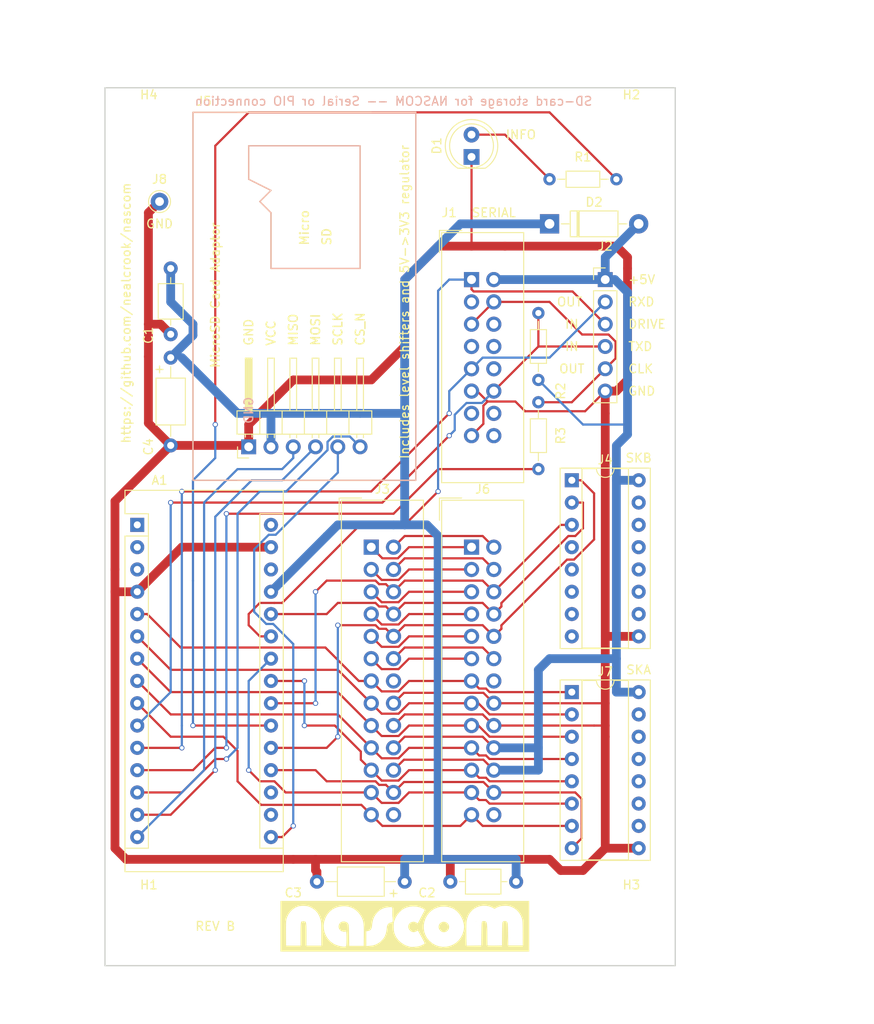
<source format=kicad_pcb>
(kicad_pcb (version 20171130) (host pcbnew 5.1.5-52549c5~86~ubuntu18.04.1)

  (general
    (thickness 1.6)
    (drawings 34)
    (tracks 441)
    (zones 0)
    (modules 23)
    (nets 35)
  )

  (page A4)
  (layers
    (0 F.Cu signal)
    (31 B.Cu signal)
    (32 B.Adhes user)
    (33 F.Adhes user)
    (34 B.Paste user)
    (35 F.Paste user)
    (36 B.SilkS user)
    (37 F.SilkS user)
    (38 B.Mask user)
    (39 F.Mask user)
    (40 Dwgs.User user)
    (41 Cmts.User user)
    (42 Eco1.User user)
    (43 Eco2.User user)
    (44 Edge.Cuts user)
    (45 Margin user)
    (46 B.CrtYd user)
    (47 F.CrtYd user)
    (48 B.Fab user)
    (49 F.Fab user hide)
  )

  (setup
    (last_trace_width 0.25)
    (trace_clearance 0.2)
    (zone_clearance 0.508)
    (zone_45_only no)
    (trace_min 0.2)
    (via_size 0.6)
    (via_drill 0.4)
    (via_min_size 0.4)
    (via_min_drill 0.3)
    (uvia_size 0.3)
    (uvia_drill 0.1)
    (uvias_allowed no)
    (uvia_min_size 0.2)
    (uvia_min_drill 0.1)
    (edge_width 0.15)
    (segment_width 0.2)
    (pcb_text_width 0.3)
    (pcb_text_size 1.5 1.5)
    (mod_edge_width 0.15)
    (mod_text_size 1 1)
    (mod_text_width 0.15)
    (pad_size 1.524 1.524)
    (pad_drill 0.762)
    (pad_to_mask_clearance 0.2)
    (aux_axis_origin 0 0)
    (grid_origin 110.49 107.95)
    (visible_elements FFFFFF7F)
    (pcbplotparams
      (layerselection 0x010f0_ffffffff)
      (usegerberextensions true)
      (usegerberattributes false)
      (usegerberadvancedattributes false)
      (creategerberjobfile false)
      (excludeedgelayer true)
      (linewidth 0.100000)
      (plotframeref false)
      (viasonmask false)
      (mode 1)
      (useauxorigin false)
      (hpglpennumber 1)
      (hpglpenspeed 20)
      (hpglpendiameter 15.000000)
      (psnegative false)
      (psa4output false)
      (plotreference true)
      (plotvalue true)
      (plotinvisibletext false)
      (padsonsilk false)
      (subtractmaskfromsilk false)
      (outputformat 1)
      (mirror false)
      (drillshape 0)
      (scaleselection 1)
      (outputdirectory "/home/crook/retro/kicad/nascom_sd/manuf"))
  )

  (net 0 "")
  (net 1 +5V)
  (net 2 GND)
  (net 3 "Net-(D1-Pad2)")
  (net 4 /MISO)
  (net 5 /SCK)
  (net 6 /MOSI)
  (net 7 /PIO_B0)
  (net 8 /PIO_B1)
  (net 9 /PIO_BRDY)
  (net 10 /PIO_B2)
  (net 11 /PIO_BSTB)
  (net 12 /PIO_B3)
  (net 13 /PIO_B4)
  (net 14 /PIO_B5)
  (net 15 /PIO_B6)
  (net 16 /PIO_B7)
  (net 17 /PIO_ARDY)
  (net 18 /PIO_ASTB)
  (net 19 /PIO_A0)
  (net 20 /PIO_A1)
  (net 21 /PIO_A2)
  (net 22 /PIO_A3)
  (net 23 /PIO_A4)
  (net 24 /PIO_A5)
  (net 25 /PIO_A7)
  (net 26 /PIO_A6)
  (net 27 /CS_N)
  (net 28 "Net-(A1-Pad21)")
  (net 29 /NAS_DRIVE)
  (net 30 /NAS_TXD)
  (net 31 /RXD_NAS)
  (net 32 /SERCLK_NAS)
  (net 33 "Net-(J1-Pad4)")
  (net 34 /NAS_5V)

  (net_class Default "This is the default net class."
    (clearance 0.2)
    (trace_width 0.25)
    (via_dia 0.6)
    (via_drill 0.4)
    (uvia_dia 0.3)
    (uvia_drill 0.1)
    (add_net +5V)
    (add_net /CS_N)
    (add_net /MISO)
    (add_net /MOSI)
    (add_net /NAS_5V)
    (add_net /NAS_DRIVE)
    (add_net /NAS_TXD)
    (add_net /PIO_A0)
    (add_net /PIO_A1)
    (add_net /PIO_A2)
    (add_net /PIO_A3)
    (add_net /PIO_A4)
    (add_net /PIO_A5)
    (add_net /PIO_A6)
    (add_net /PIO_A7)
    (add_net /PIO_ARDY)
    (add_net /PIO_ASTB)
    (add_net /PIO_B0)
    (add_net /PIO_B1)
    (add_net /PIO_B2)
    (add_net /PIO_B3)
    (add_net /PIO_B4)
    (add_net /PIO_B5)
    (add_net /PIO_B6)
    (add_net /PIO_B7)
    (add_net /PIO_BRDY)
    (add_net /PIO_BSTB)
    (add_net /RXD_NAS)
    (add_net /SCK)
    (add_net /SERCLK_NAS)
    (add_net GND)
    (add_net "Net-(A1-Pad21)")
    (add_net "Net-(D1-Pad2)")
    (add_net "Net-(J1-Pad4)")
  )

  (module nascom_sd:nascom_logo_tiny (layer F.Cu) (tedit 0) (tstamp 5F1DCEC5)
    (at 137.16 143.51)
    (fp_text reference G*** (at 0 0) (layer F.SilkS) hide
      (effects (font (size 1.524 1.524) (thickness 0.3)))
    )
    (fp_text value LOGO (at 0.75 0) (layer F.SilkS) hide
      (effects (font (size 1.524 1.524) (thickness 0.3)))
    )
    (fp_poly (pts (xy 8.141369 -0.541421) (xy 8.121316 -0.521369) (xy 8.101263 -0.541421) (xy 8.121316 -0.561474)
      (xy 8.141369 -0.541421)) (layer F.SilkS) (width 0.0015))
    (fp_poly (pts (xy 4.612384 -0.497988) (xy 4.804975 -0.40719) (xy 4.878143 -0.348497) (xy 5.007608 -0.181902)
      (xy 5.067154 0.004581) (xy 5.059329 0.196453) (xy 4.986681 0.379218) (xy 4.851758 0.538378)
      (xy 4.704979 0.636784) (xy 4.580733 0.671509) (xy 4.426467 0.677971) (xy 4.284305 0.65632)
      (xy 4.231105 0.635097) (xy 4.045706 0.496121) (xy 3.922693 0.326035) (xy 3.864704 0.138061)
      (xy 3.87438 -0.054574) (xy 3.954359 -0.238649) (xy 4.036705 -0.339) (xy 4.212811 -0.463719)
      (xy 4.40985 -0.516774) (xy 4.612384 -0.497988)) (layer F.SilkS) (width 0.0015))
    (fp_poly (pts (xy 14.197263 2.887579) (xy -14.157158 2.887579) (xy -14.157158 0.270738) (xy -13.527782 0.270738)
      (xy -13.527612 0.612767) (xy -13.52547 1.021605) (xy -13.522378 1.413711) (xy -13.515474 2.205789)
      (xy -11.871158 2.205789) (xy -11.871158 0.965137) (xy -11.869762 0.55235) (xy -11.865514 0.217158)
      (xy -11.858327 -0.043006) (xy -11.848112 -0.230709) (xy -11.834781 -0.34852) (xy -11.824576 -0.388416)
      (xy -11.792818 -0.475371) (xy -11.782243 -0.52471) (xy -11.757826 -0.547783) (xy -11.669416 -0.563294)
      (xy -11.509145 -0.572589) (xy -11.500489 -0.572871) (xy -11.423701 -0.571555) (xy -11.360668 -0.557511)
      (xy -11.31004 -0.523611) (xy -11.270466 -0.462728) (xy -11.240595 -0.367735) (xy -11.219076 -0.231506)
      (xy -11.204558 -0.046912) (xy -11.195689 0.193172) (xy -11.191119 0.495876) (xy -11.189497 0.868324)
      (xy -11.189368 1.068387) (xy -11.189368 2.205789) (xy -9.504947 2.205789) (xy -9.504947 0.888731)
      (xy -9.505375 0.519268) (xy -9.506982 0.219847) (xy -9.510257 -0.019697) (xy -9.511405 -0.059851)
      (xy -9.235566 -0.059851) (xy -9.210447 0.340683) (xy -9.115959 0.729903) (xy -8.957077 1.097325)
      (xy -8.738772 1.432463) (xy -8.466016 1.724831) (xy -8.143781 1.963943) (xy -7.99828 2.04427)
      (xy -7.78883 2.134993) (xy -7.558354 2.211359) (xy -7.323587 2.270247) (xy -7.101262 2.308534)
      (xy -6.908113 2.323101) (xy -6.760874 2.310825) (xy -6.697579 2.286888) (xy -6.675581 2.23587)
      (xy -6.657887 2.1226) (xy -6.644494 1.960997) (xy -6.635405 1.764985) (xy -6.630618 1.548483)
      (xy -6.630134 1.325415) (xy -6.633953 1.109701) (xy -6.642074 0.915264) (xy -6.654498 0.756024)
      (xy -6.671225 0.645904) (xy -6.692254 0.598825) (xy -6.697579 0.598343) (xy -6.917396 0.631947)
      (xy -7.114475 0.597812) (xy -7.214723 0.553135) (xy -7.381742 0.427216) (xy -7.486756 0.270956)
      (xy -7.533766 0.09789) (xy -7.526771 -0.078448) (xy -7.46977 -0.244523) (xy -7.366764 -0.3868)
      (xy -7.221752 -0.491745) (xy -7.038733 -0.545822) (xy -6.889877 -0.546132) (xy -6.674385 -0.493517)
      (xy -6.514305 -0.386326) (xy -6.424819 -0.264755) (xy -6.404651 -0.218533) (xy -6.388302 -0.155095)
      (xy -6.37515 -0.065243) (xy -6.364574 0.06022) (xy -6.355956 0.230493) (xy -6.348673 0.454772)
      (xy -6.342106 0.742256) (xy -6.336632 1.042737) (xy -6.316579 2.225842) (xy -4.672263 2.225842)
      (xy -4.66162 1.04616) (xy -4.659101 0.682136) (xy -4.659171 0.572035) (xy -4.371474 0.572035)
      (xy -4.371474 2.257783) (xy -4.040605 2.229043) (xy -3.879481 2.2145) (xy -3.745102 2.201374)
      (xy -3.660849 2.191978) (xy -3.649579 2.190356) (xy -3.353323 2.106369) (xy -3.055862 1.959314)
      (xy -2.775439 1.762903) (xy -2.530296 1.530846) (xy -2.338676 1.276854) (xy -2.273318 1.155985)
      (xy -2.167339 0.884364) (xy -2.089937 0.59182) (xy -2.049711 0.313791) (xy -2.045961 0.219033)
      (xy -2.027906 0.080211) (xy -1.25536 0.080211) (xy -1.238238 0.449442) (xy -1.171957 0.775637)
      (xy -1.049862 1.083783) (xy -0.931642 1.295629) (xy -0.707391 1.588225) (xy -0.421124 1.849576)
      (xy -0.088232 2.069452) (xy 0.275896 2.237628) (xy 0.641684 2.341161) (xy 0.76393 2.351752)
      (xy 0.93929 2.350846) (xy 1.141782 2.340276) (xy 1.345424 2.321876) (xy 1.524234 2.297479)
      (xy 1.648303 2.27015) (xy 1.786952 2.220487) (xy 1.938755 2.155543) (xy 2.082426 2.085756)
      (xy 2.196677 2.021563) (xy 2.260222 1.9734) (xy 2.264038 1.968247) (xy 2.258131 1.916332)
      (xy 2.220232 1.815826) (xy 2.15835 1.687662) (xy 2.152539 1.676722) (xy 2.081781 1.545278)
      (xy 1.993095 1.381773) (xy 1.894024 1.199965) (xy 1.792109 1.013607) (xy 1.69489 0.836457)
      (xy 1.609911 0.682269) (xy 1.544712 0.564799) (xy 1.506836 0.497804) (xy 1.500691 0.487758)
      (xy 1.465402 0.500133) (xy 1.391087 0.547821) (xy 1.369305 0.563582) (xy 1.19722 0.648125)
      (xy 1.004878 0.675062) (xy 0.819993 0.643081) (xy 0.722849 0.594172) (xy 0.550165 0.438645)
      (xy 0.44172 0.257395) (xy 0.437894 0.239027) (xy 2.176212 0.239027) (xy 2.233406 0.614229)
      (xy 2.354933 0.978192) (xy 2.542922 1.322406) (xy 2.799505 1.638362) (xy 2.824664 1.66376)
      (xy 3.160586 1.94417) (xy 3.52833 2.152343) (xy 3.92164 2.286636) (xy 4.334259 2.345409)
      (xy 4.759933 2.32702) (xy 5.093368 2.259052) (xy 5.477362 2.113527) (xy 5.824253 1.901662)
      (xy 6.127143 1.631425) (xy 6.379133 1.310782) (xy 6.573326 0.9477) (xy 6.702822 0.550145)
      (xy 6.706538 0.530295) (xy 7.025824 0.530295) (xy 7.027138 0.856961) (xy 7.031334 1.189502)
      (xy 7.038468 1.515536) (xy 7.048593 1.822679) (xy 7.049929 1.855673) (xy 7.064465 2.207399)
      (xy 8.722895 2.185737) (xy 8.742947 0.848963) (xy 8.748618 0.485467) (xy 8.753952 0.193827)
      (xy 8.759538 -0.034308) (xy 8.765961 -0.207286) (xy 8.773809 -0.333457) (xy 8.783667 -0.421171)
      (xy 8.796123 -0.478778) (xy 8.811762 -0.514628) (xy 8.831172 -0.537069) (xy 8.84085 -0.544695)
      (xy 8.966643 -0.593574) (xy 9.114485 -0.592772) (xy 9.244471 -0.543552) (xy 9.260791 -0.531395)
      (xy 9.303561 -0.483165) (xy 9.338336 -0.410477) (xy 9.365901 -0.305616) (xy 9.387042 -0.160869)
      (xy 9.402543 0.031478) (xy 9.413188 0.279138) (xy 9.419764 0.589827) (xy 9.423055 0.971256)
      (xy 9.423421 1.066833) (xy 9.42511 1.352625) (xy 9.42816 1.612291) (xy 9.43232 1.834968)
      (xy 9.437341 2.009791) (xy 9.442972 2.125897) (xy 9.448833 2.172227) (xy 9.493856 2.182534)
      (xy 9.60668 2.190577) (xy 9.774918 2.195991) (xy 9.986182 2.198409) (xy 10.228086 2.197464)
      (xy 10.279997 2.196826) (xy 11.089105 2.185737) (xy 11.098839 0.902368) (xy 11.103521 0.47876)
      (xy 11.110544 0.131949) (xy 11.119876 -0.137317) (xy 11.131488 -0.328287) (xy 11.145352 -0.440213)
      (xy 11.153377 -0.466807) (xy 11.243488 -0.563575) (xy 11.368629 -0.605594) (xy 11.505798 -0.593487)
      (xy 11.631995 -0.527878) (xy 11.700502 -0.451965) (xy 11.720479 -0.414145) (xy 11.736712 -0.362013)
      (xy 11.749785 -0.286737) (xy 11.760279 -0.179487) (xy 11.768775 -0.031433) (xy 11.775856 0.166257)
      (xy 11.782104 0.422412) (xy 11.7881 0.745864) (xy 11.790947 0.920548) (xy 11.811 2.185737)
      (xy 13.455316 2.185737) (xy 13.45111 0.802105) (xy 13.44938 0.415093) (xy 13.446511 0.099194)
      (xy 13.44211 -0.154685) (xy 13.435782 -0.355639) (xy 13.427131 -0.51276) (xy 13.415763 -0.635144)
      (xy 13.401283 -0.731883) (xy 13.383295 -0.812071) (xy 13.380567 -0.822158) (xy 13.234545 -1.211841)
      (xy 13.026608 -1.553133) (xy 12.760865 -1.841646) (xy 12.441424 -2.072994) (xy 12.072391 -2.242791)
      (xy 12.039824 -2.253927) (xy 11.838158 -2.303117) (xy 11.596394 -2.326234) (xy 11.438801 -2.328926)
      (xy 11.073587 -2.305435) (xy 10.758475 -2.234862) (xy 10.475732 -2.112933) (xy 10.426247 -2.084812)
      (xy 10.236678 -1.973038) (xy 10.081365 -2.065602) (xy 9.732351 -2.2286) (xy 9.362438 -2.319442)
      (xy 8.983346 -2.339252) (xy 8.606789 -2.289155) (xy 8.244484 -2.170274) (xy 7.90815 -1.983734)
      (xy 7.72315 -1.839327) (xy 7.472824 -1.573667) (xy 7.279252 -1.265139) (xy 7.137855 -0.905052)
      (xy 7.060604 -0.581526) (xy 7.048316 -0.469972) (xy 7.03864 -0.29063) (xy 7.03163 -0.055883)
      (xy 7.02734 0.221886) (xy 7.025824 0.530295) (xy 6.706538 0.530295) (xy 6.738612 0.358961)
      (xy 6.762309 0.167366) (xy 6.767696 0.015029) (xy 6.753733 -0.137123) (xy 6.720449 -0.322829)
      (xy 6.605694 -0.719295) (xy 6.429047 -1.092997) (xy 6.199475 -1.43121) (xy 5.925948 -1.721212)
      (xy 5.617431 -1.95028) (xy 5.54358 -1.992409) (xy 5.46387 -2.032228) (xy 5.423265 -2.048299)
      (xy 5.367337 -2.06688) (xy 5.293895 -2.094884) (xy 4.916394 -2.204347) (xy 4.515008 -2.246971)
      (xy 4.11127 -2.222027) (xy 3.778847 -2.146061) (xy 3.398113 -1.987288) (xy 3.06466 -1.771678)
      (xy 2.780621 -1.50774) (xy 2.548126 -1.203985) (xy 2.369306 -0.868921) (xy 2.246293 -0.511058)
      (xy 2.181218 -0.138905) (xy 2.176212 0.239027) (xy 0.437894 0.239027) (xy 0.401304 0.06335)
      (xy 0.432705 -0.130559) (xy 0.481047 -0.230972) (xy 0.619164 -0.38758) (xy 0.796516 -0.486415)
      (xy 0.994303 -0.523224) (xy 1.193727 -0.493759) (xy 1.335285 -0.424109) (xy 1.478605 -0.326849)
      (xy 1.533624 -0.414082) (xy 1.575799 -0.487737) (xy 1.642552 -0.611746) (xy 1.72249 -0.76477)
      (xy 1.762174 -0.842211) (xy 1.866631 -1.045065) (xy 1.984786 -1.270964) (xy 2.093881 -1.476451)
      (xy 2.110852 -1.508015) (xy 2.18766 -1.652978) (xy 2.247337 -1.770326) (xy 2.28132 -1.842985)
      (xy 2.286 -1.857246) (xy 2.254291 -1.889452) (xy 2.173497 -1.944401) (xy 2.115553 -1.978969)
      (xy 1.749039 -2.143466) (xy 1.355662 -2.238387) (xy 0.948654 -2.263626) (xy 0.54125 -2.219076)
      (xy 0.146683 -2.10463) (xy -0.089034 -1.996759) (xy -0.354609 -1.818741) (xy -0.60896 -1.579849)
      (xy -0.836797 -1.299315) (xy -1.022832 -0.996372) (xy -1.151775 -0.690252) (xy -1.166248 -0.641684)
      (xy -1.200253 -0.519802) (xy -1.226775 -0.424448) (xy -1.23325 -0.401053) (xy -1.240664 -0.337468)
      (xy -1.247527 -0.213549) (xy -1.252927 -0.049172) (xy -1.25536 0.080211) (xy -2.027906 0.080211)
      (xy -2.016532 -0.007244) (xy -1.935241 -0.196565) (xy -1.810465 -0.33711) (xy -1.650581 -0.417059)
      (xy -1.58696 -0.428636) (xy -1.474175 -0.444036) (xy -1.40734 -0.472741) (xy -1.375225 -0.532405)
      (xy -1.366598 -0.640683) (xy -1.368982 -0.771312) (xy -1.375552 -0.919105) (xy -1.385144 -1.035497)
      (xy -1.39578 -1.097124) (xy -1.396708 -1.099161) (xy -1.403404 -1.15108) (xy -1.407661 -1.266698)
      (xy -1.409165 -1.429534) (xy -1.4076 -1.623105) (xy -1.4072 -1.64714) (xy -1.402658 -1.867799)
      (xy -1.405497 -2.0199) (xy -1.426758 -2.115012) (xy -1.477486 -2.164707) (xy -1.568722 -2.180551)
      (xy -1.711508 -2.174116) (xy -1.895433 -2.158659) (xy -2.278675 -2.090823) (xy -2.626333 -1.95114)
      (xy -2.939413 -1.739139) (xy -3.085501 -1.603629) (xy -3.32286 -1.321211) (xy -3.499848 -1.015612)
      (xy -3.622372 -0.673009) (xy -3.696338 -0.27958) (xy -3.710744 -0.140369) (xy -3.746219 0.114013)
      (xy -3.807263 0.300332) (xy -3.901118 0.428617) (xy -4.035025 0.508895) (xy -4.209525 0.550313)
      (xy -4.371474 0.572035) (xy -4.659171 0.572035) (xy -4.659288 0.386351) (xy -4.662921 0.146859)
      (xy -4.670735 -0.048289) (xy -4.683468 -0.211039) (xy -4.701857 -0.35334) (xy -4.72664 -0.487137)
      (xy -4.758553 -0.624378) (xy -4.766679 -0.656516) (xy -4.880998 -0.964706) (xy -5.059117 -1.270984)
      (xy -5.286258 -1.55735) (xy -5.547641 -1.805803) (xy -5.828488 -1.998343) (xy -5.898371 -2.034833)
      (xy -6.211869 -2.168502) (xy -6.506832 -2.247702) (xy -6.815991 -2.279099) (xy -7.078579 -2.275197)
      (xy -7.510126 -2.215638) (xy -7.90517 -2.086492) (xy -8.259002 -1.89181) (xy -8.566914 -1.635644)
      (xy -8.824199 -1.322045) (xy -9.026148 -0.955065) (xy -9.168054 -0.538756) (xy -9.186347 -0.461211)
      (xy -9.235566 -0.059851) (xy -9.511405 -0.059851) (xy -9.515686 -0.209528) (xy -9.523758 -0.359811)
      (xy -9.534959 -0.480713) (xy -9.549778 -0.582398) (xy -9.568702 -0.67503) (xy -9.582687 -0.732287)
      (xy -9.722953 -1.140441) (xy -9.920493 -1.492524) (xy -10.175017 -1.788229) (xy -10.486239 -2.027249)
      (xy -10.853867 -2.209277) (xy -11.028947 -2.269867) (xy -11.207312 -2.305027) (xy -11.433636 -2.322051)
      (xy -11.677783 -2.321108) (xy -11.90962 -2.302363) (xy -12.09901 -2.265985) (xy -12.106263 -2.263873)
      (xy -12.454138 -2.119869) (xy -12.769172 -1.908778) (xy -13.04209 -1.640184) (xy -13.263618 -1.32367)
      (xy -13.424481 -0.968821) (xy -13.455818 -0.869398) (xy -13.475435 -0.789504) (xy -13.491583 -0.694183)
      (xy -13.504476 -0.576095) (xy -13.514329 -0.427899) (xy -13.521355 -0.242255) (xy -13.525768 -0.011823)
      (xy -13.527782 0.270738) (xy -14.157158 0.270738) (xy -14.157158 -2.887579) (xy 14.197263 -2.887579)
      (xy 14.197263 2.887579)) (layer F.SilkS) (width 0.0015))
  )

  (module nascom_sd:SDcard_module_1x06_P2.54mm (layer F.Cu) (tedit 5D60662A) (tstamp 5D6032B9)
    (at 119.38 88.9 90)
    (descr "Through hole angled pin header, 1x06, 2.54mm pitch, 6mm pin length, single row")
    (tags "Through hole angled pin header THT 1x06 2.54mm single row")
    (path /5B776B75)
    (fp_text reference J5 (at 39.37 -5.08 180) (layer F.SilkS)
      (effects (font (size 1 1) (thickness 0.15)))
    )
    (fp_text value CONN_01X06 (at 8.89 15.24 90) (layer F.Fab)
      (effects (font (size 1 1) (thickness 0.15)))
    )
    (fp_line (start 38.1 19.05) (end 38.1 -6.35) (layer B.SilkS) (width 0.15))
    (fp_line (start -3.81 19.05) (end 38.1 19.05) (layer B.SilkS) (width 0.15))
    (fp_line (start -3.81 -6.35) (end -3.81 19.05) (layer B.SilkS) (width 0.15))
    (fp_line (start 38.1 -6.35) (end -3.81 -6.35) (layer B.SilkS) (width 0.15))
    (fp_text user SD (at 22.86 8.89 90) (layer F.SilkS)
      (effects (font (size 1 1) (thickness 0.15)) (justify left))
    )
    (fp_text user Micro (at 22.86 6.35 90) (layer F.SilkS)
      (effects (font (size 1 1) (thickness 0.15)) (justify left))
    )
    (fp_line (start 30.48 0) (end 34.29 0) (layer B.SilkS) (width 0.15))
    (fp_line (start 29.21 2.54) (end 30.48 0) (layer B.SilkS) (width 0.15))
    (fp_line (start 27.94 1.27) (end 29.21 2.54) (layer B.SilkS) (width 0.15))
    (fp_line (start 26.67 2.54) (end 27.94 1.27) (layer B.SilkS) (width 0.15))
    (fp_line (start 20.32 2.54) (end 26.67 2.54) (layer B.SilkS) (width 0.15))
    (fp_line (start 20.32 12.7) (end 20.32 2.54) (layer B.SilkS) (width 0.15))
    (fp_line (start 34.29 12.7) (end 20.32 12.7) (layer B.SilkS) (width 0.15))
    (fp_line (start 34.29 0) (end 34.29 12.7) (layer B.SilkS) (width 0.15))
    (fp_text user CS_N (at 11.43 12.7 90) (layer F.SilkS)
      (effects (font (size 1 1) (thickness 0.15)) (justify left))
    )
    (fp_text user SCLK (at 11.43 10.16 90) (layer F.SilkS)
      (effects (font (size 1 1) (thickness 0.15)) (justify left))
    )
    (fp_text user MOSI (at 11.43 7.62 90) (layer F.SilkS)
      (effects (font (size 1 1) (thickness 0.15)) (justify left))
    )
    (fp_text user MISO (at 11.43 5.08 90) (layer F.SilkS)
      (effects (font (size 1 1) (thickness 0.15)) (justify left))
    )
    (fp_text user VCC (at 11.43 2.54 90) (layer F.SilkS)
      (effects (font (size 1 1) (thickness 0.15)) (justify left))
    )
    (fp_text user GND (at 2.54 0 90) (layer B.SilkS)
      (effects (font (size 1 1) (thickness 0.15)) (justify right mirror))
    )
    (fp_text user "Includes level shifters and 5V->3V3 regulator" (at 16.51 17.78 90) (layer F.SilkS)
      (effects (font (size 1 1) (thickness 0.15)))
    )
    (fp_text user "MicroSD Card Adaptor" (at 8.89 -3.81 90) (layer F.SilkS)
      (effects (font (size 1 1) (thickness 0.15)) (justify left))
    )
    (fp_text user CS_N (at 11.43 12.7 90) (layer F.SilkS)
      (effects (font (size 1 1) (thickness 0.15)) (justify left))
    )
    (fp_text user SCLK (at 11.43 10.16 90) (layer F.SilkS)
      (effects (font (size 1 1) (thickness 0.15)) (justify left))
    )
    (fp_text user MOSI (at 11.43 7.62 90) (layer F.SilkS)
      (effects (font (size 1 1) (thickness 0.15)) (justify left))
    )
    (fp_text user MISO (at 11.43 5.08 90) (layer F.SilkS)
      (effects (font (size 1 1) (thickness 0.15)) (justify left))
    )
    (fp_text user VCC (at 11.43 2.54 90) (layer F.SilkS)
      (effects (font (size 1 1) (thickness 0.15)) (justify left))
    )
    (fp_text user GND (at 11.43 0 90) (layer F.SilkS)
      (effects (font (size 1 1) (thickness 0.15)) (justify left))
    )
    (fp_text user SD (at 22.86 8.89 90) (layer F.SilkS)
      (effects (font (size 1 1) (thickness 0.15)) (justify left))
    )
    (fp_text user Micro (at 22.86 6.35 90) (layer F.SilkS)
      (effects (font (size 1 1) (thickness 0.15)) (justify left))
    )
    (fp_line (start 20.32 12.7) (end 20.32 2.54) (layer F.SilkS) (width 0.15))
    (fp_line (start 34.29 12.7) (end 20.32 12.7) (layer F.SilkS) (width 0.15))
    (fp_line (start 34.29 0) (end 34.29 12.7) (layer F.SilkS) (width 0.15))
    (fp_line (start 30.48 0) (end 34.29 0) (layer F.SilkS) (width 0.15))
    (fp_line (start 29.21 2.54) (end 30.48 0) (layer F.SilkS) (width 0.15))
    (fp_line (start 27.94 1.27) (end 29.21 2.54) (layer F.SilkS) (width 0.15))
    (fp_line (start 26.67 2.54) (end 27.94 1.27) (layer F.SilkS) (width 0.15))
    (fp_line (start 20.32 2.54) (end 26.67 2.54) (layer F.SilkS) (width 0.15))
    (fp_line (start -3.81 19.05) (end -3.81 -6.35) (layer F.SilkS) (width 0.15))
    (fp_line (start 38.1 19.05) (end -3.81 19.05) (layer F.SilkS) (width 0.15))
    (fp_line (start 38.1 -6.35) (end 38.1 19.05) (layer F.SilkS) (width 0.15))
    (fp_line (start -3.81 -6.35) (end 38.1 -6.35) (layer F.SilkS) (width 0.15))
    (fp_line (start -3.81 -1.27) (end -3.81 13.97) (layer F.SilkS) (width 0.15))
    (fp_line (start 38.1 -1.27) (end 38.1 13.97) (layer F.SilkS) (width 0.15))
    (fp_text user %R (at 2.77 6.35) (layer F.Fab)
      (effects (font (size 1 1) (thickness 0.15)))
    )
    (fp_line (start 10.55 -1.8) (end -1.8 -1.8) (layer F.CrtYd) (width 0.05))
    (fp_line (start 10.55 14.5) (end 10.55 -1.8) (layer F.CrtYd) (width 0.05))
    (fp_line (start -1.8 14.5) (end 10.55 14.5) (layer F.CrtYd) (width 0.05))
    (fp_line (start -1.8 -1.8) (end -1.8 14.5) (layer F.CrtYd) (width 0.05))
    (fp_line (start -1.27 -1.27) (end 0 -1.27) (layer F.SilkS) (width 0.12))
    (fp_line (start -1.27 0) (end -1.27 -1.27) (layer F.SilkS) (width 0.12))
    (fp_line (start 1.042929 13.08) (end 1.44 13.08) (layer F.SilkS) (width 0.12))
    (fp_line (start 1.042929 12.32) (end 1.44 12.32) (layer F.SilkS) (width 0.12))
    (fp_line (start 10.1 13.08) (end 4.1 13.08) (layer F.SilkS) (width 0.12))
    (fp_line (start 10.1 12.32) (end 10.1 13.08) (layer F.SilkS) (width 0.12))
    (fp_line (start 4.1 12.32) (end 10.1 12.32) (layer F.SilkS) (width 0.12))
    (fp_line (start 1.44 11.43) (end 4.1 11.43) (layer F.SilkS) (width 0.12))
    (fp_line (start 1.042929 10.54) (end 1.44 10.54) (layer F.SilkS) (width 0.12))
    (fp_line (start 1.042929 9.78) (end 1.44 9.78) (layer F.SilkS) (width 0.12))
    (fp_line (start 10.1 10.54) (end 4.1 10.54) (layer F.SilkS) (width 0.12))
    (fp_line (start 10.1 9.78) (end 10.1 10.54) (layer F.SilkS) (width 0.12))
    (fp_line (start 4.1 9.78) (end 10.1 9.78) (layer F.SilkS) (width 0.12))
    (fp_line (start 1.44 8.89) (end 4.1 8.89) (layer F.SilkS) (width 0.12))
    (fp_line (start 1.042929 8) (end 1.44 8) (layer F.SilkS) (width 0.12))
    (fp_line (start 1.042929 7.24) (end 1.44 7.24) (layer F.SilkS) (width 0.12))
    (fp_line (start 10.1 8) (end 4.1 8) (layer F.SilkS) (width 0.12))
    (fp_line (start 10.1 7.24) (end 10.1 8) (layer F.SilkS) (width 0.12))
    (fp_line (start 4.1 7.24) (end 10.1 7.24) (layer F.SilkS) (width 0.12))
    (fp_line (start 1.44 6.35) (end 4.1 6.35) (layer F.SilkS) (width 0.12))
    (fp_line (start 1.042929 5.46) (end 1.44 5.46) (layer F.SilkS) (width 0.12))
    (fp_line (start 1.042929 4.7) (end 1.44 4.7) (layer F.SilkS) (width 0.12))
    (fp_line (start 10.1 5.46) (end 4.1 5.46) (layer F.SilkS) (width 0.12))
    (fp_line (start 10.1 4.7) (end 10.1 5.46) (layer F.SilkS) (width 0.12))
    (fp_line (start 4.1 4.7) (end 10.1 4.7) (layer F.SilkS) (width 0.12))
    (fp_line (start 1.44 3.81) (end 4.1 3.81) (layer F.SilkS) (width 0.12))
    (fp_line (start 1.042929 2.92) (end 1.44 2.92) (layer F.SilkS) (width 0.12))
    (fp_line (start 1.042929 2.16) (end 1.44 2.16) (layer F.SilkS) (width 0.12))
    (fp_line (start 10.1 2.92) (end 4.1 2.92) (layer F.SilkS) (width 0.12))
    (fp_line (start 10.1 2.16) (end 10.1 2.92) (layer F.SilkS) (width 0.12))
    (fp_line (start 4.1 2.16) (end 10.1 2.16) (layer F.SilkS) (width 0.12))
    (fp_line (start 1.44 1.27) (end 4.1 1.27) (layer F.SilkS) (width 0.12))
    (fp_line (start 1.11 0.38) (end 1.44 0.38) (layer F.SilkS) (width 0.12))
    (fp_line (start 1.11 -0.38) (end 1.44 -0.38) (layer F.SilkS) (width 0.12))
    (fp_line (start 4.1 0.28) (end 10.1 0.28) (layer F.SilkS) (width 0.12))
    (fp_line (start 4.1 0.16) (end 10.1 0.16) (layer F.SilkS) (width 0.12))
    (fp_line (start 4.1 0.04) (end 10.1 0.04) (layer F.SilkS) (width 0.12))
    (fp_line (start 4.1 -0.08) (end 10.1 -0.08) (layer F.SilkS) (width 0.12))
    (fp_line (start 4.1 -0.2) (end 10.1 -0.2) (layer F.SilkS) (width 0.12))
    (fp_line (start 4.1 -0.32) (end 10.1 -0.32) (layer F.SilkS) (width 0.12))
    (fp_line (start 10.1 0.38) (end 4.1 0.38) (layer F.SilkS) (width 0.12))
    (fp_line (start 10.1 -0.38) (end 10.1 0.38) (layer F.SilkS) (width 0.12))
    (fp_line (start 4.1 -0.38) (end 10.1 -0.38) (layer F.SilkS) (width 0.12))
    (fp_line (start 4.1 -1.33) (end 1.44 -1.33) (layer F.SilkS) (width 0.12))
    (fp_line (start 4.1 14.03) (end 4.1 -1.33) (layer F.SilkS) (width 0.12))
    (fp_line (start 1.44 14.03) (end 4.1 14.03) (layer F.SilkS) (width 0.12))
    (fp_line (start 1.44 -1.33) (end 1.44 14.03) (layer F.SilkS) (width 0.12))
    (fp_line (start 4.04 13.02) (end 10.04 13.02) (layer F.Fab) (width 0.1))
    (fp_line (start 10.04 12.38) (end 10.04 13.02) (layer F.Fab) (width 0.1))
    (fp_line (start 4.04 12.38) (end 10.04 12.38) (layer F.Fab) (width 0.1))
    (fp_line (start -0.32 13.02) (end 1.5 13.02) (layer F.Fab) (width 0.1))
    (fp_line (start -0.32 12.38) (end -0.32 13.02) (layer F.Fab) (width 0.1))
    (fp_line (start -0.32 12.38) (end 1.5 12.38) (layer F.Fab) (width 0.1))
    (fp_line (start 4.04 10.48) (end 10.04 10.48) (layer F.Fab) (width 0.1))
    (fp_line (start 10.04 9.84) (end 10.04 10.48) (layer F.Fab) (width 0.1))
    (fp_line (start 4.04 9.84) (end 10.04 9.84) (layer F.Fab) (width 0.1))
    (fp_line (start -0.32 10.48) (end 1.5 10.48) (layer F.Fab) (width 0.1))
    (fp_line (start -0.32 9.84) (end -0.32 10.48) (layer F.Fab) (width 0.1))
    (fp_line (start -0.32 9.84) (end 1.5 9.84) (layer F.Fab) (width 0.1))
    (fp_line (start 4.04 7.94) (end 10.04 7.94) (layer F.Fab) (width 0.1))
    (fp_line (start 10.04 7.3) (end 10.04 7.94) (layer F.Fab) (width 0.1))
    (fp_line (start 4.04 7.3) (end 10.04 7.3) (layer F.Fab) (width 0.1))
    (fp_line (start -0.32 7.94) (end 1.5 7.94) (layer F.Fab) (width 0.1))
    (fp_line (start -0.32 7.3) (end -0.32 7.94) (layer F.Fab) (width 0.1))
    (fp_line (start -0.32 7.3) (end 1.5 7.3) (layer F.Fab) (width 0.1))
    (fp_line (start 4.04 5.4) (end 10.04 5.4) (layer F.Fab) (width 0.1))
    (fp_line (start 10.04 4.76) (end 10.04 5.4) (layer F.Fab) (width 0.1))
    (fp_line (start 4.04 4.76) (end 10.04 4.76) (layer F.Fab) (width 0.1))
    (fp_line (start -0.32 5.4) (end 1.5 5.4) (layer F.Fab) (width 0.1))
    (fp_line (start -0.32 4.76) (end -0.32 5.4) (layer F.Fab) (width 0.1))
    (fp_line (start -0.32 4.76) (end 1.5 4.76) (layer F.Fab) (width 0.1))
    (fp_line (start 4.04 2.86) (end 10.04 2.86) (layer F.Fab) (width 0.1))
    (fp_line (start 10.04 2.22) (end 10.04 2.86) (layer F.Fab) (width 0.1))
    (fp_line (start 4.04 2.22) (end 10.04 2.22) (layer F.Fab) (width 0.1))
    (fp_line (start -0.32 2.86) (end 1.5 2.86) (layer F.Fab) (width 0.1))
    (fp_line (start -0.32 2.22) (end -0.32 2.86) (layer F.Fab) (width 0.1))
    (fp_line (start -0.32 2.22) (end 1.5 2.22) (layer F.Fab) (width 0.1))
    (fp_line (start 4.04 0.32) (end 10.04 0.32) (layer F.Fab) (width 0.1))
    (fp_line (start 10.04 -0.32) (end 10.04 0.32) (layer F.Fab) (width 0.1))
    (fp_line (start 4.04 -0.32) (end 10.04 -0.32) (layer F.Fab) (width 0.1))
    (fp_line (start -0.32 0.32) (end 1.5 0.32) (layer F.Fab) (width 0.1))
    (fp_line (start -0.32 -0.32) (end -0.32 0.32) (layer F.Fab) (width 0.1))
    (fp_line (start -0.32 -0.32) (end 1.5 -0.32) (layer F.Fab) (width 0.1))
    (fp_line (start 1.5 -0.635) (end 2.135 -1.27) (layer F.Fab) (width 0.1))
    (fp_line (start 1.5 13.97) (end 1.5 -0.635) (layer F.Fab) (width 0.1))
    (fp_line (start 4.04 13.97) (end 1.5 13.97) (layer F.Fab) (width 0.1))
    (fp_line (start 4.04 -1.27) (end 4.04 13.97) (layer F.Fab) (width 0.1))
    (fp_line (start 2.135 -1.27) (end 4.04 -1.27) (layer F.Fab) (width 0.1))
    (pad 6 thru_hole oval (at 0 12.7 90) (size 1.7 1.7) (drill 1) (layers *.Cu *.Mask)
      (net 27 /CS_N))
    (pad 5 thru_hole oval (at 0 10.16 90) (size 1.7 1.7) (drill 1) (layers *.Cu *.Mask)
      (net 5 /SCK))
    (pad 4 thru_hole oval (at 0 7.62 90) (size 1.7 1.7) (drill 1) (layers *.Cu *.Mask)
      (net 6 /MOSI))
    (pad 3 thru_hole oval (at 0 5.08 90) (size 1.7 1.7) (drill 1) (layers *.Cu *.Mask)
      (net 4 /MISO))
    (pad 2 thru_hole oval (at 0 2.54 90) (size 1.7 1.7) (drill 1) (layers *.Cu *.Mask)
      (net 1 +5V))
    (pad 1 thru_hole rect (at 0 0 90) (size 1.7 1.7) (drill 1) (layers *.Cu *.Mask)
      (net 2 GND))
    (model ${KISYS3DMOD}/Connector_PinHeader_2.54mm.3dshapes/PinHeader_1x06_P2.54mm_Horizontal.wrl
      (at (xyz 0 0 0))
      (scale (xyz 1 1 1))
      (rotate (xyz 0 0 0))
    )
  )

  (module LED_THT:LED_D5.0mm (layer F.Cu) (tedit 5995936A) (tstamp 5D59D7CC)
    (at 144.78 55.88 90)
    (descr "LED, diameter 5.0mm, 2 pins, http://cdn-reichelt.de/documents/datenblatt/A500/LL-504BC2E-009.pdf")
    (tags "LED diameter 5.0mm 2 pins")
    (path /5B799FA9)
    (fp_text reference D1 (at 1.27 -3.96 90) (layer F.SilkS)
      (effects (font (size 1 1) (thickness 0.15)))
    )
    (fp_text value LED (at 1.27 3.96 90) (layer F.Fab)
      (effects (font (size 1 1) (thickness 0.15)))
    )
    (fp_text user %R (at 1.25 0 90) (layer F.Fab)
      (effects (font (size 0.8 0.8) (thickness 0.2)))
    )
    (fp_line (start 4.5 -3.25) (end -1.95 -3.25) (layer F.CrtYd) (width 0.05))
    (fp_line (start 4.5 3.25) (end 4.5 -3.25) (layer F.CrtYd) (width 0.05))
    (fp_line (start -1.95 3.25) (end 4.5 3.25) (layer F.CrtYd) (width 0.05))
    (fp_line (start -1.95 -3.25) (end -1.95 3.25) (layer F.CrtYd) (width 0.05))
    (fp_line (start -1.29 -1.545) (end -1.29 1.545) (layer F.SilkS) (width 0.12))
    (fp_line (start -1.23 -1.469694) (end -1.23 1.469694) (layer F.Fab) (width 0.1))
    (fp_circle (center 1.27 0) (end 3.77 0) (layer F.SilkS) (width 0.12))
    (fp_circle (center 1.27 0) (end 3.77 0) (layer F.Fab) (width 0.1))
    (fp_arc (start 1.27 0) (end -1.29 1.54483) (angle -148.9) (layer F.SilkS) (width 0.12))
    (fp_arc (start 1.27 0) (end -1.29 -1.54483) (angle 148.9) (layer F.SilkS) (width 0.12))
    (fp_arc (start 1.27 0) (end -1.23 -1.469694) (angle 299.1) (layer F.Fab) (width 0.1))
    (pad 2 thru_hole circle (at 2.54 0 90) (size 1.8 1.8) (drill 0.9) (layers *.Cu *.Mask)
      (net 3 "Net-(D1-Pad2)"))
    (pad 1 thru_hole rect (at 0 0 90) (size 1.8 1.8) (drill 0.9) (layers *.Cu *.Mask)
      (net 2 GND))
    (model ${KISYS3DMOD}/LED_THT.3dshapes/LED_D5.0mm.wrl
      (at (xyz 0 0 0))
      (scale (xyz 1 1 1))
      (rotate (xyz 0 0 0))
    )
  )

  (module Connector_Pin:Pin_D1.0mm_L10.0mm (layer F.Cu) (tedit 5A1DC084) (tstamp 5F1DAEF1)
    (at 109.22 60.96)
    (descr "solder Pin_ diameter 1.0mm, hole diameter 1.0mm (press fit), length 10.0mm")
    (tags "solder Pin_ press fit")
    (path /5F2FC69D)
    (fp_text reference J8 (at 0 -2.54) (layer F.SilkS)
      (effects (font (size 1 1) (thickness 0.15)))
    )
    (fp_text value Conn_01x01 (at 0 -2.05) (layer F.Fab)
      (effects (font (size 1 1) (thickness 0.15)))
    )
    (fp_circle (center 0 0) (end 1.25 0.05) (layer F.SilkS) (width 0.12))
    (fp_circle (center 0 0) (end 1 0) (layer F.Fab) (width 0.12))
    (fp_circle (center 0 0) (end 0.5 0) (layer F.Fab) (width 0.12))
    (fp_circle (center 0 0) (end 1.5 0) (layer F.CrtYd) (width 0.05))
    (fp_text user %R (at 0 2.25) (layer F.Fab)
      (effects (font (size 1 1) (thickness 0.15)))
    )
    (pad 1 thru_hole circle (at 0 0) (size 2 2) (drill 1) (layers *.Cu *.Mask)
      (net 2 GND))
    (model ${KISYS3DMOD}/Connector_Pin.3dshapes/Pin_D1.0mm_L10.0mm.wrl
      (at (xyz 0 0 0))
      (scale (xyz 1 1 1))
      (rotate (xyz 0 0 0))
    )
  )

  (module Diode_THT:D_DO-41_SOD81_P10.16mm_Horizontal (layer F.Cu) (tedit 5AE50CD5) (tstamp 5F1DAB75)
    (at 153.67 63.5)
    (descr "Diode, DO-41_SOD81 series, Axial, Horizontal, pin pitch=10.16mm, , length*diameter=5.2*2.7mm^2, , http://www.diodes.com/_files/packages/DO-41%20(Plastic).pdf")
    (tags "Diode DO-41_SOD81 series Axial Horizontal pin pitch 10.16mm  length 5.2mm diameter 2.7mm")
    (path /5F2AEB66)
    (fp_text reference D2 (at 5.08 -2.47) (layer F.SilkS)
      (effects (font (size 1 1) (thickness 0.15)))
    )
    (fp_text value 1N5817 (at 5.08 2.47) (layer F.Fab)
      (effects (font (size 1 1) (thickness 0.15)))
    )
    (fp_text user K (at 0 -2.1) (layer F.Fab)
      (effects (font (size 1 1) (thickness 0.15)))
    )
    (fp_text user K (at 0 -2.1) (layer F.Fab)
      (effects (font (size 1 1) (thickness 0.15)))
    )
    (fp_text user %R (at 5.47 0) (layer F.Fab)
      (effects (font (size 1 1) (thickness 0.15)))
    )
    (fp_line (start 11.51 -1.6) (end -1.35 -1.6) (layer F.CrtYd) (width 0.05))
    (fp_line (start 11.51 1.6) (end 11.51 -1.6) (layer F.CrtYd) (width 0.05))
    (fp_line (start -1.35 1.6) (end 11.51 1.6) (layer F.CrtYd) (width 0.05))
    (fp_line (start -1.35 -1.6) (end -1.35 1.6) (layer F.CrtYd) (width 0.05))
    (fp_line (start 3.14 -1.47) (end 3.14 1.47) (layer F.SilkS) (width 0.12))
    (fp_line (start 3.38 -1.47) (end 3.38 1.47) (layer F.SilkS) (width 0.12))
    (fp_line (start 3.26 -1.47) (end 3.26 1.47) (layer F.SilkS) (width 0.12))
    (fp_line (start 8.82 0) (end 7.8 0) (layer F.SilkS) (width 0.12))
    (fp_line (start 1.34 0) (end 2.36 0) (layer F.SilkS) (width 0.12))
    (fp_line (start 7.8 -1.47) (end 2.36 -1.47) (layer F.SilkS) (width 0.12))
    (fp_line (start 7.8 1.47) (end 7.8 -1.47) (layer F.SilkS) (width 0.12))
    (fp_line (start 2.36 1.47) (end 7.8 1.47) (layer F.SilkS) (width 0.12))
    (fp_line (start 2.36 -1.47) (end 2.36 1.47) (layer F.SilkS) (width 0.12))
    (fp_line (start 3.16 -1.35) (end 3.16 1.35) (layer F.Fab) (width 0.1))
    (fp_line (start 3.36 -1.35) (end 3.36 1.35) (layer F.Fab) (width 0.1))
    (fp_line (start 3.26 -1.35) (end 3.26 1.35) (layer F.Fab) (width 0.1))
    (fp_line (start 10.16 0) (end 7.68 0) (layer F.Fab) (width 0.1))
    (fp_line (start 0 0) (end 2.48 0) (layer F.Fab) (width 0.1))
    (fp_line (start 7.68 -1.35) (end 2.48 -1.35) (layer F.Fab) (width 0.1))
    (fp_line (start 7.68 1.35) (end 7.68 -1.35) (layer F.Fab) (width 0.1))
    (fp_line (start 2.48 1.35) (end 7.68 1.35) (layer F.Fab) (width 0.1))
    (fp_line (start 2.48 -1.35) (end 2.48 1.35) (layer F.Fab) (width 0.1))
    (pad 2 thru_hole oval (at 10.16 0) (size 2.2 2.2) (drill 1.1) (layers *.Cu *.Mask)
      (net 34 /NAS_5V))
    (pad 1 thru_hole rect (at 0 0) (size 2.2 2.2) (drill 1.1) (layers *.Cu *.Mask)
      (net 1 +5V))
    (model ${KISYS3DMOD}/Diode_THT.3dshapes/D_DO-41_SOD81_P10.16mm_Horizontal.wrl
      (at (xyz 0 0 0))
      (scale (xyz 1 1 1))
      (rotate (xyz 0 0 0))
    )
  )

  (module Connector_IDC:IDC-Header_2x08_P2.54mm_Vertical (layer F.Cu) (tedit 59DE0341) (tstamp 5D59CE3A)
    (at 144.78 69.85)
    (descr "Through hole straight IDC box header, 2x08, 2.54mm pitch, double rows")
    (tags "Through hole IDC box header THT 2x08 2.54mm double row")
    (path /5D59DBDF)
    (fp_text reference J1 (at -2.54 -7.62) (layer F.SilkS)
      (effects (font (size 1 1) (thickness 0.15)))
    )
    (fp_text value Conn_02x08_Odd_Even (at 1.27 24.384) (layer F.Fab)
      (effects (font (size 1 1) (thickness 0.15)))
    )
    (fp_line (start -3.655 -5.6) (end -1.115 -5.6) (layer F.SilkS) (width 0.12))
    (fp_line (start -3.655 -5.6) (end -3.655 -3.06) (layer F.SilkS) (width 0.12))
    (fp_line (start -3.405 -5.35) (end 5.945 -5.35) (layer F.SilkS) (width 0.12))
    (fp_line (start -3.405 23.13) (end -3.405 -5.35) (layer F.SilkS) (width 0.12))
    (fp_line (start 5.945 23.13) (end -3.405 23.13) (layer F.SilkS) (width 0.12))
    (fp_line (start 5.945 -5.35) (end 5.945 23.13) (layer F.SilkS) (width 0.12))
    (fp_line (start -3.41 -5.35) (end 5.95 -5.35) (layer F.CrtYd) (width 0.05))
    (fp_line (start -3.41 23.13) (end -3.41 -5.35) (layer F.CrtYd) (width 0.05))
    (fp_line (start 5.95 23.13) (end -3.41 23.13) (layer F.CrtYd) (width 0.05))
    (fp_line (start 5.95 -5.35) (end 5.95 23.13) (layer F.CrtYd) (width 0.05))
    (fp_line (start -3.155 22.88) (end -2.605 22.32) (layer F.Fab) (width 0.1))
    (fp_line (start -3.155 -5.1) (end -2.605 -4.56) (layer F.Fab) (width 0.1))
    (fp_line (start 5.695 22.88) (end 5.145 22.32) (layer F.Fab) (width 0.1))
    (fp_line (start 5.695 -5.1) (end 5.145 -4.56) (layer F.Fab) (width 0.1))
    (fp_line (start 5.145 22.32) (end -2.605 22.32) (layer F.Fab) (width 0.1))
    (fp_line (start 5.695 22.88) (end -3.155 22.88) (layer F.Fab) (width 0.1))
    (fp_line (start 5.145 -4.56) (end -2.605 -4.56) (layer F.Fab) (width 0.1))
    (fp_line (start 5.695 -5.1) (end -3.155 -5.1) (layer F.Fab) (width 0.1))
    (fp_line (start -2.605 11.14) (end -3.155 11.14) (layer F.Fab) (width 0.1))
    (fp_line (start -2.605 6.64) (end -3.155 6.64) (layer F.Fab) (width 0.1))
    (fp_line (start -2.605 11.14) (end -2.605 22.32) (layer F.Fab) (width 0.1))
    (fp_line (start -2.605 -4.56) (end -2.605 6.64) (layer F.Fab) (width 0.1))
    (fp_line (start -3.155 -5.1) (end -3.155 22.88) (layer F.Fab) (width 0.1))
    (fp_line (start 5.145 -4.56) (end 5.145 22.32) (layer F.Fab) (width 0.1))
    (fp_line (start 5.695 -5.1) (end 5.695 22.88) (layer F.Fab) (width 0.1))
    (fp_text user %R (at 1.27 8.89) (layer F.Fab)
      (effects (font (size 1 1) (thickness 0.15)))
    )
    (pad 16 thru_hole oval (at 2.54 17.78) (size 1.7272 1.7272) (drill 1.016) (layers *.Cu *.Mask))
    (pad 15 thru_hole oval (at 0 17.78) (size 1.7272 1.7272) (drill 1.016) (layers *.Cu *.Mask)
      (net 2 GND))
    (pad 14 thru_hole oval (at 2.54 15.24) (size 1.7272 1.7272) (drill 1.016) (layers *.Cu *.Mask))
    (pad 13 thru_hole oval (at 0 15.24) (size 1.7272 1.7272) (drill 1.016) (layers *.Cu *.Mask))
    (pad 12 thru_hole oval (at 2.54 12.7) (size 1.7272 1.7272) (drill 1.016) (layers *.Cu *.Mask)
      (net 30 /NAS_TXD))
    (pad 11 thru_hole oval (at 0 12.7) (size 1.7272 1.7272) (drill 1.016) (layers *.Cu *.Mask)
      (net 2 GND))
    (pad 10 thru_hole oval (at 2.54 10.16) (size 1.7272 1.7272) (drill 1.016) (layers *.Cu *.Mask))
    (pad 9 thru_hole oval (at 0 10.16) (size 1.7272 1.7272) (drill 1.016) (layers *.Cu *.Mask)
      (net 31 /RXD_NAS))
    (pad 8 thru_hole oval (at 2.54 7.62) (size 1.7272 1.7272) (drill 1.016) (layers *.Cu *.Mask))
    (pad 7 thru_hole oval (at 0 7.62) (size 1.7272 1.7272) (drill 1.016) (layers *.Cu *.Mask))
    (pad 6 thru_hole oval (at 2.54 5.08) (size 1.7272 1.7272) (drill 1.016) (layers *.Cu *.Mask))
    (pad 5 thru_hole oval (at 0 5.08) (size 1.7272 1.7272) (drill 1.016) (layers *.Cu *.Mask)
      (net 33 "Net-(J1-Pad4)"))
    (pad 4 thru_hole oval (at 2.54 2.54) (size 1.7272 1.7272) (drill 1.016) (layers *.Cu *.Mask)
      (net 33 "Net-(J1-Pad4)"))
    (pad 3 thru_hole oval (at 0 2.54) (size 1.7272 1.7272) (drill 1.016) (layers *.Cu *.Mask))
    (pad 2 thru_hole oval (at 2.54 0) (size 1.7272 1.7272) (drill 1.016) (layers *.Cu *.Mask)
      (net 34 /NAS_5V))
    (pad 1 thru_hole rect (at 0 0) (size 1.7272 1.7272) (drill 1.016) (layers *.Cu *.Mask)
      (net 29 /NAS_DRIVE))
    (model ${KISYS3DMOD}/Connector_IDC.3dshapes/IDC-Header_2x08_P2.54mm_Vertical.wrl
      (at (xyz 0 0 0))
      (scale (xyz 1 1 1))
      (rotate (xyz 0 0 0))
    )
  )

  (module Module:Arduino_Nano (layer F.Cu) (tedit 58ACAF70) (tstamp 5D5F86F2)
    (at 106.68 97.79)
    (descr "Arduino Nano, http://www.mouser.com/pdfdocs/Gravitech_Arduino_Nano3_0.pdf")
    (tags "Arduino Nano")
    (path /5D5947FF)
    (fp_text reference A1 (at 2.54 -5.08) (layer F.SilkS)
      (effects (font (size 1 1) (thickness 0.15)))
    )
    (fp_text value Arduino_Nano_v3.x (at 8.89 19.05 90) (layer F.Fab)
      (effects (font (size 1 1) (thickness 0.15)))
    )
    (fp_line (start 16.75 42.16) (end -1.53 42.16) (layer F.CrtYd) (width 0.05))
    (fp_line (start 16.75 42.16) (end 16.75 -4.06) (layer F.CrtYd) (width 0.05))
    (fp_line (start -1.53 -4.06) (end -1.53 42.16) (layer F.CrtYd) (width 0.05))
    (fp_line (start -1.53 -4.06) (end 16.75 -4.06) (layer F.CrtYd) (width 0.05))
    (fp_line (start 16.51 -3.81) (end 16.51 39.37) (layer F.Fab) (width 0.1))
    (fp_line (start 0 -3.81) (end 16.51 -3.81) (layer F.Fab) (width 0.1))
    (fp_line (start -1.27 -2.54) (end 0 -3.81) (layer F.Fab) (width 0.1))
    (fp_line (start -1.27 39.37) (end -1.27 -2.54) (layer F.Fab) (width 0.1))
    (fp_line (start 16.51 39.37) (end -1.27 39.37) (layer F.Fab) (width 0.1))
    (fp_line (start 16.64 -3.94) (end -1.4 -3.94) (layer F.SilkS) (width 0.12))
    (fp_line (start 16.64 39.5) (end 16.64 -3.94) (layer F.SilkS) (width 0.12))
    (fp_line (start -1.4 39.5) (end 16.64 39.5) (layer F.SilkS) (width 0.12))
    (fp_line (start 3.81 41.91) (end 3.81 31.75) (layer F.Fab) (width 0.1))
    (fp_line (start 11.43 41.91) (end 3.81 41.91) (layer F.Fab) (width 0.1))
    (fp_line (start 11.43 31.75) (end 11.43 41.91) (layer F.Fab) (width 0.1))
    (fp_line (start 3.81 31.75) (end 11.43 31.75) (layer F.Fab) (width 0.1))
    (fp_line (start 1.27 36.83) (end -1.4 36.83) (layer F.SilkS) (width 0.12))
    (fp_line (start 1.27 1.27) (end 1.27 36.83) (layer F.SilkS) (width 0.12))
    (fp_line (start 1.27 1.27) (end -1.4 1.27) (layer F.SilkS) (width 0.12))
    (fp_line (start 13.97 36.83) (end 16.64 36.83) (layer F.SilkS) (width 0.12))
    (fp_line (start 13.97 -1.27) (end 13.97 36.83) (layer F.SilkS) (width 0.12))
    (fp_line (start 13.97 -1.27) (end 16.64 -1.27) (layer F.SilkS) (width 0.12))
    (fp_line (start -1.4 -3.94) (end -1.4 -1.27) (layer F.SilkS) (width 0.12))
    (fp_line (start -1.4 1.27) (end -1.4 39.5) (layer F.SilkS) (width 0.12))
    (fp_line (start 1.27 -1.27) (end -1.4 -1.27) (layer F.SilkS) (width 0.12))
    (fp_line (start 1.27 1.27) (end 1.27 -1.27) (layer F.SilkS) (width 0.12))
    (fp_text user %R (at 6.35 19.05 90) (layer F.Fab)
      (effects (font (size 1 1) (thickness 0.15)))
    )
    (pad 16 thru_hole oval (at 15.24 35.56) (size 1.6 1.6) (drill 0.8) (layers *.Cu *.Mask)
      (net 5 /SCK))
    (pad 15 thru_hole oval (at 0 35.56) (size 1.6 1.6) (drill 0.8) (layers *.Cu *.Mask)
      (net 4 /MISO))
    (pad 30 thru_hole oval (at 15.24 0) (size 1.6 1.6) (drill 0.8) (layers *.Cu *.Mask))
    (pad 14 thru_hole oval (at 0 33.02) (size 1.6 1.6) (drill 0.8) (layers *.Cu *.Mask)
      (net 6 /MOSI))
    (pad 29 thru_hole oval (at 15.24 2.54) (size 1.6 1.6) (drill 0.8) (layers *.Cu *.Mask)
      (net 2 GND))
    (pad 13 thru_hole oval (at 0 30.48) (size 1.6 1.6) (drill 0.8) (layers *.Cu *.Mask)
      (net 27 /CS_N))
    (pad 28 thru_hole oval (at 15.24 5.08) (size 1.6 1.6) (drill 0.8) (layers *.Cu *.Mask))
    (pad 12 thru_hole oval (at 0 27.94) (size 1.6 1.6) (drill 0.8) (layers *.Cu *.Mask)
      (net 32 /SERCLK_NAS))
    (pad 27 thru_hole oval (at 15.24 7.62) (size 1.6 1.6) (drill 0.8) (layers *.Cu *.Mask)
      (net 1 +5V))
    (pad 11 thru_hole oval (at 0 25.4) (size 1.6 1.6) (drill 0.8) (layers *.Cu *.Mask)
      (net 31 /RXD_NAS))
    (pad 26 thru_hole oval (at 15.24 10.16) (size 1.6 1.6) (drill 0.8) (layers *.Cu *.Mask)
      (net 8 /PIO_B1))
    (pad 10 thru_hole oval (at 0 22.86) (size 1.6 1.6) (drill 0.8) (layers *.Cu *.Mask)
      (net 30 /NAS_TXD))
    (pad 25 thru_hole oval (at 15.24 12.7) (size 1.6 1.6) (drill 0.8) (layers *.Cu *.Mask)
      (net 29 /NAS_DRIVE))
    (pad 9 thru_hole oval (at 0 20.32) (size 1.6 1.6) (drill 0.8) (layers *.Cu *.Mask)
      (net 26 /PIO_A6))
    (pad 24 thru_hole oval (at 15.24 15.24) (size 1.6 1.6) (drill 0.8) (layers *.Cu *.Mask)
      (net 24 /PIO_A5))
    (pad 8 thru_hole oval (at 0 17.78) (size 1.6 1.6) (drill 0.8) (layers *.Cu *.Mask)
      (net 22 /PIO_A3))
    (pad 23 thru_hole oval (at 15.24 17.78) (size 1.6 1.6) (drill 0.8) (layers *.Cu *.Mask)
      (net 23 /PIO_A4))
    (pad 7 thru_hole oval (at 0 15.24) (size 1.6 1.6) (drill 0.8) (layers *.Cu *.Mask)
      (net 21 /PIO_A2))
    (pad 22 thru_hole oval (at 15.24 20.32) (size 1.6 1.6) (drill 0.8) (layers *.Cu *.Mask)
      (net 10 /PIO_B2))
    (pad 6 thru_hole oval (at 0 12.7) (size 1.6 1.6) (drill 0.8) (layers *.Cu *.Mask)
      (net 20 /PIO_A1))
    (pad 21 thru_hole oval (at 15.24 22.86) (size 1.6 1.6) (drill 0.8) (layers *.Cu *.Mask)
      (net 28 "Net-(A1-Pad21)"))
    (pad 5 thru_hole oval (at 0 10.16) (size 1.6 1.6) (drill 0.8) (layers *.Cu *.Mask)
      (net 19 /PIO_A0))
    (pad 20 thru_hole oval (at 15.24 25.4) (size 1.6 1.6) (drill 0.8) (layers *.Cu *.Mask)
      (net 7 /PIO_B0))
    (pad 4 thru_hole oval (at 0 7.62) (size 1.6 1.6) (drill 0.8) (layers *.Cu *.Mask)
      (net 2 GND))
    (pad 19 thru_hole oval (at 15.24 27.94) (size 1.6 1.6) (drill 0.8) (layers *.Cu *.Mask)
      (net 25 /PIO_A7))
    (pad 3 thru_hole oval (at 0 5.08) (size 1.6 1.6) (drill 0.8) (layers *.Cu *.Mask))
    (pad 18 thru_hole oval (at 15.24 30.48) (size 1.6 1.6) (drill 0.8) (layers *.Cu *.Mask))
    (pad 2 thru_hole oval (at 0 2.54) (size 1.6 1.6) (drill 0.8) (layers *.Cu *.Mask))
    (pad 17 thru_hole oval (at 15.24 33.02) (size 1.6 1.6) (drill 0.8) (layers *.Cu *.Mask))
    (pad 1 thru_hole rect (at 0 0) (size 1.6 1.6) (drill 0.8) (layers *.Cu *.Mask))
    (model ${KISYS3DMOD}/Module.3dshapes/Arduino_Nano_WithMountingHoles.wrl
      (at (xyz 0 0 0))
      (scale (xyz 1 1 1))
      (rotate (xyz 0 0 0))
    )
  )

  (module Resistor_THT:R_Axial_DIN0204_L3.6mm_D1.6mm_P7.62mm_Horizontal (layer F.Cu) (tedit 5AE5139B) (tstamp 5D59CC80)
    (at 152.4 91.44 90)
    (descr "Resistor, Axial_DIN0204 series, Axial, Horizontal, pin pitch=7.62mm, 0.167W, length*diameter=3.6*1.6mm^2, http://cdn-reichelt.de/documents/datenblatt/B400/1_4W%23YAG.pdf")
    (tags "Resistor Axial_DIN0204 series Axial Horizontal pin pitch 7.62mm 0.167W length 3.6mm diameter 1.6mm")
    (path /5D674C11)
    (fp_text reference R3 (at 3.81 2.54 90) (layer F.SilkS)
      (effects (font (size 1 1) (thickness 0.15)))
    )
    (fp_text value 33R (at 3.81 1.92 90) (layer F.Fab)
      (effects (font (size 1 1) (thickness 0.15)))
    )
    (fp_text user %R (at 3.81 0 90) (layer F.Fab)
      (effects (font (size 0.72 0.72) (thickness 0.108)))
    )
    (fp_line (start 8.57 -1.05) (end -0.95 -1.05) (layer F.CrtYd) (width 0.05))
    (fp_line (start 8.57 1.05) (end 8.57 -1.05) (layer F.CrtYd) (width 0.05))
    (fp_line (start -0.95 1.05) (end 8.57 1.05) (layer F.CrtYd) (width 0.05))
    (fp_line (start -0.95 -1.05) (end -0.95 1.05) (layer F.CrtYd) (width 0.05))
    (fp_line (start 6.68 0) (end 5.73 0) (layer F.SilkS) (width 0.12))
    (fp_line (start 0.94 0) (end 1.89 0) (layer F.SilkS) (width 0.12))
    (fp_line (start 5.73 -0.92) (end 1.89 -0.92) (layer F.SilkS) (width 0.12))
    (fp_line (start 5.73 0.92) (end 5.73 -0.92) (layer F.SilkS) (width 0.12))
    (fp_line (start 1.89 0.92) (end 5.73 0.92) (layer F.SilkS) (width 0.12))
    (fp_line (start 1.89 -0.92) (end 1.89 0.92) (layer F.SilkS) (width 0.12))
    (fp_line (start 7.62 0) (end 5.61 0) (layer F.Fab) (width 0.1))
    (fp_line (start 0 0) (end 2.01 0) (layer F.Fab) (width 0.1))
    (fp_line (start 5.61 -0.8) (end 2.01 -0.8) (layer F.Fab) (width 0.1))
    (fp_line (start 5.61 0.8) (end 5.61 -0.8) (layer F.Fab) (width 0.1))
    (fp_line (start 2.01 0.8) (end 5.61 0.8) (layer F.Fab) (width 0.1))
    (fp_line (start 2.01 -0.8) (end 2.01 0.8) (layer F.Fab) (width 0.1))
    (pad 2 thru_hole oval (at 7.62 0 90) (size 1.4 1.4) (drill 0.7) (layers *.Cu *.Mask)
      (net 33 "Net-(J1-Pad4)"))
    (pad 1 thru_hole circle (at 0 0 90) (size 1.4 1.4) (drill 0.7) (layers *.Cu *.Mask)
      (net 32 /SERCLK_NAS))
    (model ${KISYS3DMOD}/Resistor_THT.3dshapes/R_Axial_DIN0204_L3.6mm_D1.6mm_P7.62mm_Horizontal.wrl
      (at (xyz 0 0 0))
      (scale (xyz 1 1 1))
      (rotate (xyz 0 0 0))
    )
  )

  (module Resistor_THT:R_Axial_DIN0204_L3.6mm_D1.6mm_P7.62mm_Horizontal (layer F.Cu) (tedit 5AE5139B) (tstamp 5D5F91BC)
    (at 152.4 73.66 270)
    (descr "Resistor, Axial_DIN0204 series, Axial, Horizontal, pin pitch=7.62mm, 0.167W, length*diameter=3.6*1.6mm^2, http://cdn-reichelt.de/documents/datenblatt/B400/1_4W%23YAG.pdf")
    (tags "Resistor Axial_DIN0204 series Axial Horizontal pin pitch 7.62mm 0.167W length 3.6mm diameter 1.6mm")
    (path /5D6B14CC)
    (fp_text reference R2 (at 8.89 -2.54 90) (layer F.SilkS)
      (effects (font (size 1 1) (thickness 0.15)))
    )
    (fp_text value 100K (at 3.81 1.92 90) (layer F.Fab)
      (effects (font (size 1 1) (thickness 0.15)))
    )
    (fp_text user %R (at 3.81 0 90) (layer F.Fab)
      (effects (font (size 0.72 0.72) (thickness 0.108)))
    )
    (fp_line (start 8.57 -1.05) (end -0.95 -1.05) (layer F.CrtYd) (width 0.05))
    (fp_line (start 8.57 1.05) (end 8.57 -1.05) (layer F.CrtYd) (width 0.05))
    (fp_line (start -0.95 1.05) (end 8.57 1.05) (layer F.CrtYd) (width 0.05))
    (fp_line (start -0.95 -1.05) (end -0.95 1.05) (layer F.CrtYd) (width 0.05))
    (fp_line (start 6.68 0) (end 5.73 0) (layer F.SilkS) (width 0.12))
    (fp_line (start 0.94 0) (end 1.89 0) (layer F.SilkS) (width 0.12))
    (fp_line (start 5.73 -0.92) (end 1.89 -0.92) (layer F.SilkS) (width 0.12))
    (fp_line (start 5.73 0.92) (end 5.73 -0.92) (layer F.SilkS) (width 0.12))
    (fp_line (start 1.89 0.92) (end 5.73 0.92) (layer F.SilkS) (width 0.12))
    (fp_line (start 1.89 -0.92) (end 1.89 0.92) (layer F.SilkS) (width 0.12))
    (fp_line (start 7.62 0) (end 5.61 0) (layer F.Fab) (width 0.1))
    (fp_line (start 0 0) (end 2.01 0) (layer F.Fab) (width 0.1))
    (fp_line (start 5.61 -0.8) (end 2.01 -0.8) (layer F.Fab) (width 0.1))
    (fp_line (start 5.61 0.8) (end 5.61 -0.8) (layer F.Fab) (width 0.1))
    (fp_line (start 2.01 0.8) (end 5.61 0.8) (layer F.Fab) (width 0.1))
    (fp_line (start 2.01 -0.8) (end 2.01 0.8) (layer F.Fab) (width 0.1))
    (pad 2 thru_hole oval (at 7.62 0 270) (size 1.4 1.4) (drill 0.7) (layers *.Cu *.Mask)
      (net 34 /NAS_5V))
    (pad 1 thru_hole circle (at 0 0 270) (size 1.4 1.4) (drill 0.7) (layers *.Cu *.Mask)
      (net 30 /NAS_TXD))
    (model ${KISYS3DMOD}/Resistor_THT.3dshapes/R_Axial_DIN0204_L3.6mm_D1.6mm_P7.62mm_Horizontal.wrl
      (at (xyz 0 0 0))
      (scale (xyz 1 1 1))
      (rotate (xyz 0 0 0))
    )
  )

  (module Resistor_THT:R_Axial_DIN0204_L3.6mm_D1.6mm_P7.62mm_Horizontal (layer F.Cu) (tedit 5AE5139B) (tstamp 5D603141)
    (at 153.67 58.42)
    (descr "Resistor, Axial_DIN0204 series, Axial, Horizontal, pin pitch=7.62mm, 0.167W, length*diameter=3.6*1.6mm^2, http://cdn-reichelt.de/documents/datenblatt/B400/1_4W%23YAG.pdf")
    (tags "Resistor Axial_DIN0204 series Axial Horizontal pin pitch 7.62mm 0.167W length 3.6mm diameter 1.6mm")
    (path /5B79A006)
    (fp_text reference R1 (at 3.81 -2.54) (layer F.SilkS)
      (effects (font (size 1 1) (thickness 0.15)))
    )
    (fp_text value 4k7 (at 3.81 -1.27) (layer F.Fab)
      (effects (font (size 1 1) (thickness 0.15)))
    )
    (fp_text user %R (at 3.81 0) (layer F.Fab)
      (effects (font (size 0.72 0.72) (thickness 0.108)))
    )
    (fp_line (start 8.57 -1.05) (end -0.95 -1.05) (layer F.CrtYd) (width 0.05))
    (fp_line (start 8.57 1.05) (end 8.57 -1.05) (layer F.CrtYd) (width 0.05))
    (fp_line (start -0.95 1.05) (end 8.57 1.05) (layer F.CrtYd) (width 0.05))
    (fp_line (start -0.95 -1.05) (end -0.95 1.05) (layer F.CrtYd) (width 0.05))
    (fp_line (start 6.68 0) (end 5.73 0) (layer F.SilkS) (width 0.12))
    (fp_line (start 0.94 0) (end 1.89 0) (layer F.SilkS) (width 0.12))
    (fp_line (start 5.73 -0.92) (end 1.89 -0.92) (layer F.SilkS) (width 0.12))
    (fp_line (start 5.73 0.92) (end 5.73 -0.92) (layer F.SilkS) (width 0.12))
    (fp_line (start 1.89 0.92) (end 5.73 0.92) (layer F.SilkS) (width 0.12))
    (fp_line (start 1.89 -0.92) (end 1.89 0.92) (layer F.SilkS) (width 0.12))
    (fp_line (start 7.62 0) (end 5.61 0) (layer F.Fab) (width 0.1))
    (fp_line (start 0 0) (end 2.01 0) (layer F.Fab) (width 0.1))
    (fp_line (start 5.61 -0.8) (end 2.01 -0.8) (layer F.Fab) (width 0.1))
    (fp_line (start 5.61 0.8) (end 5.61 -0.8) (layer F.Fab) (width 0.1))
    (fp_line (start 2.01 0.8) (end 5.61 0.8) (layer F.Fab) (width 0.1))
    (fp_line (start 2.01 -0.8) (end 2.01 0.8) (layer F.Fab) (width 0.1))
    (pad 2 thru_hole oval (at 7.62 0) (size 1.4 1.4) (drill 0.7) (layers *.Cu *.Mask)
      (net 28 "Net-(A1-Pad21)"))
    (pad 1 thru_hole circle (at 0 0) (size 1.4 1.4) (drill 0.7) (layers *.Cu *.Mask)
      (net 3 "Net-(D1-Pad2)"))
    (model ${KISYS3DMOD}/Resistor_THT.3dshapes/R_Axial_DIN0204_L3.6mm_D1.6mm_P7.62mm_Horizontal.wrl
      (at (xyz 0 0 0))
      (scale (xyz 1 1 1))
      (rotate (xyz 0 0 0))
    )
  )

  (module Package_DIP:DIP-16_W7.62mm_Socket (layer F.Cu) (tedit 5A02E8C5) (tstamp 5F1DCAD9)
    (at 156.21 116.84)
    (descr "16-lead though-hole mounted DIP package, row spacing 7.62 mm (300 mils), Socket")
    (tags "THT DIP DIL PDIP 2.54mm 7.62mm 300mil Socket")
    (path /5B774D30)
    (fp_text reference J7 (at 3.81 -2.33) (layer F.SilkS)
      (effects (font (size 1 1) (thickness 0.15)))
    )
    (fp_text value DIL16 (at 3.81 20.11) (layer F.Fab)
      (effects (font (size 1 1) (thickness 0.15)))
    )
    (fp_text user %R (at 3.81 8.89) (layer F.Fab)
      (effects (font (size 1 1) (thickness 0.15)))
    )
    (fp_line (start 9.15 -1.6) (end -1.55 -1.6) (layer F.CrtYd) (width 0.05))
    (fp_line (start 9.15 19.4) (end 9.15 -1.6) (layer F.CrtYd) (width 0.05))
    (fp_line (start -1.55 19.4) (end 9.15 19.4) (layer F.CrtYd) (width 0.05))
    (fp_line (start -1.55 -1.6) (end -1.55 19.4) (layer F.CrtYd) (width 0.05))
    (fp_line (start 8.95 -1.39) (end -1.33 -1.39) (layer F.SilkS) (width 0.12))
    (fp_line (start 8.95 19.17) (end 8.95 -1.39) (layer F.SilkS) (width 0.12))
    (fp_line (start -1.33 19.17) (end 8.95 19.17) (layer F.SilkS) (width 0.12))
    (fp_line (start -1.33 -1.39) (end -1.33 19.17) (layer F.SilkS) (width 0.12))
    (fp_line (start 6.46 -1.33) (end 4.81 -1.33) (layer F.SilkS) (width 0.12))
    (fp_line (start 6.46 19.11) (end 6.46 -1.33) (layer F.SilkS) (width 0.12))
    (fp_line (start 1.16 19.11) (end 6.46 19.11) (layer F.SilkS) (width 0.12))
    (fp_line (start 1.16 -1.33) (end 1.16 19.11) (layer F.SilkS) (width 0.12))
    (fp_line (start 2.81 -1.33) (end 1.16 -1.33) (layer F.SilkS) (width 0.12))
    (fp_line (start 8.89 -1.33) (end -1.27 -1.33) (layer F.Fab) (width 0.1))
    (fp_line (start 8.89 19.11) (end 8.89 -1.33) (layer F.Fab) (width 0.1))
    (fp_line (start -1.27 19.11) (end 8.89 19.11) (layer F.Fab) (width 0.1))
    (fp_line (start -1.27 -1.33) (end -1.27 19.11) (layer F.Fab) (width 0.1))
    (fp_line (start 0.635 -0.27) (end 1.635 -1.27) (layer F.Fab) (width 0.1))
    (fp_line (start 0.635 19.05) (end 0.635 -0.27) (layer F.Fab) (width 0.1))
    (fp_line (start 6.985 19.05) (end 0.635 19.05) (layer F.Fab) (width 0.1))
    (fp_line (start 6.985 -1.27) (end 6.985 19.05) (layer F.Fab) (width 0.1))
    (fp_line (start 1.635 -1.27) (end 6.985 -1.27) (layer F.Fab) (width 0.1))
    (fp_arc (start 3.81 -1.33) (end 2.81 -1.33) (angle -180) (layer F.SilkS) (width 0.12))
    (pad 16 thru_hole oval (at 7.62 0) (size 1.6 1.6) (drill 0.8) (layers *.Cu *.Mask)
      (net 34 /NAS_5V))
    (pad 8 thru_hole oval (at 0 17.78) (size 1.6 1.6) (drill 0.8) (layers *.Cu *.Mask)
      (net 25 /PIO_A7))
    (pad 15 thru_hole oval (at 7.62 2.54) (size 1.6 1.6) (drill 0.8) (layers *.Cu *.Mask))
    (pad 7 thru_hole oval (at 0 15.24) (size 1.6 1.6) (drill 0.8) (layers *.Cu *.Mask)
      (net 26 /PIO_A6))
    (pad 14 thru_hole oval (at 7.62 5.08) (size 1.6 1.6) (drill 0.8) (layers *.Cu *.Mask))
    (pad 6 thru_hole oval (at 0 12.7) (size 1.6 1.6) (drill 0.8) (layers *.Cu *.Mask)
      (net 24 /PIO_A5))
    (pad 13 thru_hole oval (at 7.62 7.62) (size 1.6 1.6) (drill 0.8) (layers *.Cu *.Mask))
    (pad 5 thru_hole oval (at 0 10.16) (size 1.6 1.6) (drill 0.8) (layers *.Cu *.Mask)
      (net 23 /PIO_A4))
    (pad 12 thru_hole oval (at 7.62 10.16) (size 1.6 1.6) (drill 0.8) (layers *.Cu *.Mask))
    (pad 4 thru_hole oval (at 0 7.62) (size 1.6 1.6) (drill 0.8) (layers *.Cu *.Mask)
      (net 22 /PIO_A3))
    (pad 11 thru_hole oval (at 7.62 12.7) (size 1.6 1.6) (drill 0.8) (layers *.Cu *.Mask))
    (pad 3 thru_hole oval (at 0 5.08) (size 1.6 1.6) (drill 0.8) (layers *.Cu *.Mask)
      (net 21 /PIO_A2))
    (pad 10 thru_hole oval (at 7.62 15.24) (size 1.6 1.6) (drill 0.8) (layers *.Cu *.Mask))
    (pad 2 thru_hole oval (at 0 2.54) (size 1.6 1.6) (drill 0.8) (layers *.Cu *.Mask)
      (net 20 /PIO_A1))
    (pad 9 thru_hole oval (at 7.62 17.78) (size 1.6 1.6) (drill 0.8) (layers *.Cu *.Mask)
      (net 2 GND))
    (pad 1 thru_hole rect (at 0 0) (size 1.6 1.6) (drill 0.8) (layers *.Cu *.Mask)
      (net 19 /PIO_A0))
    (model ${KISYS3DMOD}/Package_DIP.3dshapes/DIP-16_W7.62mm_Socket.wrl
      (at (xyz 0 0 0))
      (scale (xyz 1 1 1))
      (rotate (xyz 0 0 0))
    )
  )

  (module Connector_IDC:IDC-Header_2x13_P2.54mm_Vertical (layer F.Cu) (tedit 59DE1198) (tstamp 5B799C31)
    (at 144.78 100.33)
    (descr "Through hole straight IDC box header, 2x13, 2.54mm pitch, double rows")
    (tags "Through hole IDC box header THT 2x13 2.54mm double row")
    (path /5D792271)
    (fp_text reference J6 (at 1.27 -6.604) (layer F.SilkS)
      (effects (font (size 1 1) (thickness 0.15)))
    )
    (fp_text value Conn_02x13_Odd_Even (at 1.27 37.084) (layer F.Fab)
      (effects (font (size 1 1) (thickness 0.15)))
    )
    (fp_line (start -3.655 -5.6) (end -1.115 -5.6) (layer F.SilkS) (width 0.12))
    (fp_line (start -3.655 -5.6) (end -3.655 -3.06) (layer F.SilkS) (width 0.12))
    (fp_line (start -3.405 -5.35) (end 5.945 -5.35) (layer F.SilkS) (width 0.12))
    (fp_line (start -3.405 35.83) (end -3.405 -5.35) (layer F.SilkS) (width 0.12))
    (fp_line (start 5.945 35.83) (end -3.405 35.83) (layer F.SilkS) (width 0.12))
    (fp_line (start 5.945 -5.35) (end 5.945 35.83) (layer F.SilkS) (width 0.12))
    (fp_line (start -3.41 -5.35) (end 5.95 -5.35) (layer F.CrtYd) (width 0.05))
    (fp_line (start -3.41 35.83) (end -3.41 -5.35) (layer F.CrtYd) (width 0.05))
    (fp_line (start 5.95 35.83) (end -3.41 35.83) (layer F.CrtYd) (width 0.05))
    (fp_line (start 5.95 -5.35) (end 5.95 35.83) (layer F.CrtYd) (width 0.05))
    (fp_line (start -3.155 35.58) (end -2.605 35.02) (layer F.Fab) (width 0.1))
    (fp_line (start -3.155 -5.1) (end -2.605 -4.56) (layer F.Fab) (width 0.1))
    (fp_line (start 5.695 35.58) (end 5.145 35.02) (layer F.Fab) (width 0.1))
    (fp_line (start 5.695 -5.1) (end 5.145 -4.56) (layer F.Fab) (width 0.1))
    (fp_line (start 5.145 35.02) (end -2.605 35.02) (layer F.Fab) (width 0.1))
    (fp_line (start 5.695 35.58) (end -3.155 35.58) (layer F.Fab) (width 0.1))
    (fp_line (start 5.145 -4.56) (end -2.605 -4.56) (layer F.Fab) (width 0.1))
    (fp_line (start 5.695 -5.1) (end -3.155 -5.1) (layer F.Fab) (width 0.1))
    (fp_line (start -2.605 17.49) (end -3.155 17.49) (layer F.Fab) (width 0.1))
    (fp_line (start -2.605 12.99) (end -3.155 12.99) (layer F.Fab) (width 0.1))
    (fp_line (start -2.605 17.49) (end -2.605 35.02) (layer F.Fab) (width 0.1))
    (fp_line (start -2.605 -4.56) (end -2.605 12.99) (layer F.Fab) (width 0.1))
    (fp_line (start -3.155 -5.1) (end -3.155 35.58) (layer F.Fab) (width 0.1))
    (fp_line (start 5.145 -4.56) (end 5.145 35.02) (layer F.Fab) (width 0.1))
    (fp_line (start 5.695 -5.1) (end 5.695 35.58) (layer F.Fab) (width 0.1))
    (fp_text user %R (at 1.27 15.24) (layer F.Fab)
      (effects (font (size 1 1) (thickness 0.15)))
    )
    (pad 26 thru_hole oval (at 2.54 30.48) (size 1.7272 1.7272) (drill 1.016) (layers *.Cu *.Mask))
    (pad 25 thru_hole oval (at 0 30.48) (size 1.7272 1.7272) (drill 1.016) (layers *.Cu *.Mask)
      (net 26 /PIO_A6))
    (pad 24 thru_hole oval (at 2.54 27.94) (size 1.7272 1.7272) (drill 1.016) (layers *.Cu *.Mask)
      (net 25 /PIO_A7))
    (pad 23 thru_hole oval (at 0 27.94) (size 1.7272 1.7272) (drill 1.016) (layers *.Cu *.Mask)
      (net 24 /PIO_A5))
    (pad 22 thru_hole oval (at 2.54 25.4) (size 1.7272 1.7272) (drill 1.016) (layers *.Cu *.Mask)
      (net 34 /NAS_5V))
    (pad 21 thru_hole oval (at 0 25.4) (size 1.7272 1.7272) (drill 1.016) (layers *.Cu *.Mask)
      (net 23 /PIO_A4))
    (pad 20 thru_hole oval (at 2.54 22.86) (size 1.7272 1.7272) (drill 1.016) (layers *.Cu *.Mask)
      (net 34 /NAS_5V))
    (pad 19 thru_hole oval (at 0 22.86) (size 1.7272 1.7272) (drill 1.016) (layers *.Cu *.Mask)
      (net 22 /PIO_A3))
    (pad 18 thru_hole oval (at 2.54 20.32) (size 1.7272 1.7272) (drill 1.016) (layers *.Cu *.Mask)
      (net 2 GND))
    (pad 17 thru_hole oval (at 0 20.32) (size 1.7272 1.7272) (drill 1.016) (layers *.Cu *.Mask)
      (net 21 /PIO_A2))
    (pad 16 thru_hole oval (at 2.54 17.78) (size 1.7272 1.7272) (drill 1.016) (layers *.Cu *.Mask)
      (net 2 GND))
    (pad 15 thru_hole oval (at 0 17.78) (size 1.7272 1.7272) (drill 1.016) (layers *.Cu *.Mask)
      (net 20 /PIO_A1))
    (pad 14 thru_hole oval (at 2.54 15.24) (size 1.7272 1.7272) (drill 1.016) (layers *.Cu *.Mask))
    (pad 13 thru_hole oval (at 0 15.24) (size 1.7272 1.7272) (drill 1.016) (layers *.Cu *.Mask)
      (net 19 /PIO_A0))
    (pad 12 thru_hole oval (at 2.54 12.7) (size 1.7272 1.7272) (drill 1.016) (layers *.Cu *.Mask)
      (net 9 /PIO_BRDY))
    (pad 11 thru_hole oval (at 0 12.7) (size 1.7272 1.7272) (drill 1.016) (layers *.Cu *.Mask)
      (net 18 /PIO_ASTB))
    (pad 10 thru_hole oval (at 2.54 10.16) (size 1.7272 1.7272) (drill 1.016) (layers *.Cu *.Mask)
      (net 7 /PIO_B0))
    (pad 9 thru_hole oval (at 0 10.16) (size 1.7272 1.7272) (drill 1.016) (layers *.Cu *.Mask)
      (net 11 /PIO_BSTB))
    (pad 8 thru_hole oval (at 2.54 7.62) (size 1.7272 1.7272) (drill 1.016) (layers *.Cu *.Mask)
      (net 8 /PIO_B1))
    (pad 7 thru_hole oval (at 0 7.62) (size 1.7272 1.7272) (drill 1.016) (layers *.Cu *.Mask)
      (net 17 /PIO_ARDY))
    (pad 6 thru_hole oval (at 2.54 5.08) (size 1.7272 1.7272) (drill 1.016) (layers *.Cu *.Mask)
      (net 10 /PIO_B2))
    (pad 5 thru_hole oval (at 0 5.08) (size 1.7272 1.7272) (drill 1.016) (layers *.Cu *.Mask)
      (net 16 /PIO_B7))
    (pad 4 thru_hole oval (at 2.54 2.54) (size 1.7272 1.7272) (drill 1.016) (layers *.Cu *.Mask)
      (net 12 /PIO_B3))
    (pad 3 thru_hole oval (at 0 2.54) (size 1.7272 1.7272) (drill 1.016) (layers *.Cu *.Mask)
      (net 15 /PIO_B6))
    (pad 2 thru_hole oval (at 2.54 0) (size 1.7272 1.7272) (drill 1.016) (layers *.Cu *.Mask)
      (net 13 /PIO_B4))
    (pad 1 thru_hole rect (at 0 0) (size 1.7272 1.7272) (drill 1.016) (layers *.Cu *.Mask)
      (net 14 /PIO_B5))
    (model ${KISYS3DMOD}/Connector_IDC.3dshapes/IDC-Header_2x13_P2.54mm_Vertical.wrl
      (at (xyz 0 0 0))
      (scale (xyz 1 1 1))
      (rotate (xyz 0 0 0))
    )
  )

  (module Package_DIP:DIP-16_W7.62mm_Socket (layer F.Cu) (tedit 5A02E8C5) (tstamp 5F1DBA16)
    (at 156.21 92.71)
    (descr "16-lead though-hole mounted DIP package, row spacing 7.62 mm (300 mils), Socket")
    (tags "THT DIP DIL PDIP 2.54mm 7.62mm 300mil Socket")
    (path /5B7746F9)
    (fp_text reference J4 (at 3.81 -2.33) (layer F.SilkS)
      (effects (font (size 1 1) (thickness 0.15)))
    )
    (fp_text value DIL16 (at 3.81 20.11) (layer F.Fab)
      (effects (font (size 1 1) (thickness 0.15)))
    )
    (fp_text user %R (at 3.81 8.89) (layer F.Fab)
      (effects (font (size 1 1) (thickness 0.15)))
    )
    (fp_line (start 9.15 -1.6) (end -1.55 -1.6) (layer F.CrtYd) (width 0.05))
    (fp_line (start 9.15 19.4) (end 9.15 -1.6) (layer F.CrtYd) (width 0.05))
    (fp_line (start -1.55 19.4) (end 9.15 19.4) (layer F.CrtYd) (width 0.05))
    (fp_line (start -1.55 -1.6) (end -1.55 19.4) (layer F.CrtYd) (width 0.05))
    (fp_line (start 8.95 -1.39) (end -1.33 -1.39) (layer F.SilkS) (width 0.12))
    (fp_line (start 8.95 19.17) (end 8.95 -1.39) (layer F.SilkS) (width 0.12))
    (fp_line (start -1.33 19.17) (end 8.95 19.17) (layer F.SilkS) (width 0.12))
    (fp_line (start -1.33 -1.39) (end -1.33 19.17) (layer F.SilkS) (width 0.12))
    (fp_line (start 6.46 -1.33) (end 4.81 -1.33) (layer F.SilkS) (width 0.12))
    (fp_line (start 6.46 19.11) (end 6.46 -1.33) (layer F.SilkS) (width 0.12))
    (fp_line (start 1.16 19.11) (end 6.46 19.11) (layer F.SilkS) (width 0.12))
    (fp_line (start 1.16 -1.33) (end 1.16 19.11) (layer F.SilkS) (width 0.12))
    (fp_line (start 2.81 -1.33) (end 1.16 -1.33) (layer F.SilkS) (width 0.12))
    (fp_line (start 8.89 -1.33) (end -1.27 -1.33) (layer F.Fab) (width 0.1))
    (fp_line (start 8.89 19.11) (end 8.89 -1.33) (layer F.Fab) (width 0.1))
    (fp_line (start -1.27 19.11) (end 8.89 19.11) (layer F.Fab) (width 0.1))
    (fp_line (start -1.27 -1.33) (end -1.27 19.11) (layer F.Fab) (width 0.1))
    (fp_line (start 0.635 -0.27) (end 1.635 -1.27) (layer F.Fab) (width 0.1))
    (fp_line (start 0.635 19.05) (end 0.635 -0.27) (layer F.Fab) (width 0.1))
    (fp_line (start 6.985 19.05) (end 0.635 19.05) (layer F.Fab) (width 0.1))
    (fp_line (start 6.985 -1.27) (end 6.985 19.05) (layer F.Fab) (width 0.1))
    (fp_line (start 1.635 -1.27) (end 6.985 -1.27) (layer F.Fab) (width 0.1))
    (fp_arc (start 3.81 -1.33) (end 2.81 -1.33) (angle -180) (layer F.SilkS) (width 0.12))
    (pad 16 thru_hole oval (at 7.62 0) (size 1.6 1.6) (drill 0.8) (layers *.Cu *.Mask)
      (net 34 /NAS_5V))
    (pad 8 thru_hole oval (at 0 17.78) (size 1.6 1.6) (drill 0.8) (layers *.Cu *.Mask))
    (pad 15 thru_hole oval (at 7.62 2.54) (size 1.6 1.6) (drill 0.8) (layers *.Cu *.Mask))
    (pad 7 thru_hole oval (at 0 15.24) (size 1.6 1.6) (drill 0.8) (layers *.Cu *.Mask))
    (pad 14 thru_hole oval (at 7.62 5.08) (size 1.6 1.6) (drill 0.8) (layers *.Cu *.Mask))
    (pad 6 thru_hole oval (at 0 12.7) (size 1.6 1.6) (drill 0.8) (layers *.Cu *.Mask))
    (pad 13 thru_hole oval (at 7.62 7.62) (size 1.6 1.6) (drill 0.8) (layers *.Cu *.Mask))
    (pad 5 thru_hole oval (at 0 10.16) (size 1.6 1.6) (drill 0.8) (layers *.Cu *.Mask))
    (pad 12 thru_hole oval (at 7.62 10.16) (size 1.6 1.6) (drill 0.8) (layers *.Cu *.Mask))
    (pad 4 thru_hole oval (at 0 7.62) (size 1.6 1.6) (drill 0.8) (layers *.Cu *.Mask))
    (pad 11 thru_hole oval (at 7.62 12.7) (size 1.6 1.6) (drill 0.8) (layers *.Cu *.Mask))
    (pad 3 thru_hole oval (at 0 5.08) (size 1.6 1.6) (drill 0.8) (layers *.Cu *.Mask)
      (net 10 /PIO_B2))
    (pad 10 thru_hole oval (at 7.62 15.24) (size 1.6 1.6) (drill 0.8) (layers *.Cu *.Mask))
    (pad 2 thru_hole oval (at 0 2.54) (size 1.6 1.6) (drill 0.8) (layers *.Cu *.Mask)
      (net 8 /PIO_B1))
    (pad 9 thru_hole oval (at 7.62 17.78) (size 1.6 1.6) (drill 0.8) (layers *.Cu *.Mask)
      (net 2 GND))
    (pad 1 thru_hole rect (at 0 0) (size 1.6 1.6) (drill 0.8) (layers *.Cu *.Mask)
      (net 7 /PIO_B0))
    (model ${KISYS3DMOD}/Package_DIP.3dshapes/DIP-16_W7.62mm_Socket.wrl
      (at (xyz 0 0 0))
      (scale (xyz 1 1 1))
      (rotate (xyz 0 0 0))
    )
  )

  (module Connector_IDC:IDC-Header_2x13_P2.54mm_Vertical (layer F.Cu) (tedit 59DE1198) (tstamp 5B799BF7)
    (at 133.35 100.33)
    (descr "Through hole straight IDC box header, 2x13, 2.54mm pitch, double rows")
    (tags "Through hole IDC box header THT 2x13 2.54mm double row")
    (path /5D6EAB8B)
    (fp_text reference J3 (at 1.27 -6.604) (layer F.SilkS)
      (effects (font (size 1 1) (thickness 0.15)))
    )
    (fp_text value Conn_02x13_Odd_Even (at 1.27 37.084) (layer F.Fab)
      (effects (font (size 1 1) (thickness 0.15)))
    )
    (fp_line (start -3.655 -5.6) (end -1.115 -5.6) (layer F.SilkS) (width 0.12))
    (fp_line (start -3.655 -5.6) (end -3.655 -3.06) (layer F.SilkS) (width 0.12))
    (fp_line (start -3.405 -5.35) (end 5.945 -5.35) (layer F.SilkS) (width 0.12))
    (fp_line (start -3.405 35.83) (end -3.405 -5.35) (layer F.SilkS) (width 0.12))
    (fp_line (start 5.945 35.83) (end -3.405 35.83) (layer F.SilkS) (width 0.12))
    (fp_line (start 5.945 -5.35) (end 5.945 35.83) (layer F.SilkS) (width 0.12))
    (fp_line (start -3.41 -5.35) (end 5.95 -5.35) (layer F.CrtYd) (width 0.05))
    (fp_line (start -3.41 35.83) (end -3.41 -5.35) (layer F.CrtYd) (width 0.05))
    (fp_line (start 5.95 35.83) (end -3.41 35.83) (layer F.CrtYd) (width 0.05))
    (fp_line (start 5.95 -5.35) (end 5.95 35.83) (layer F.CrtYd) (width 0.05))
    (fp_line (start -3.155 35.58) (end -2.605 35.02) (layer F.Fab) (width 0.1))
    (fp_line (start -3.155 -5.1) (end -2.605 -4.56) (layer F.Fab) (width 0.1))
    (fp_line (start 5.695 35.58) (end 5.145 35.02) (layer F.Fab) (width 0.1))
    (fp_line (start 5.695 -5.1) (end 5.145 -4.56) (layer F.Fab) (width 0.1))
    (fp_line (start 5.145 35.02) (end -2.605 35.02) (layer F.Fab) (width 0.1))
    (fp_line (start 5.695 35.58) (end -3.155 35.58) (layer F.Fab) (width 0.1))
    (fp_line (start 5.145 -4.56) (end -2.605 -4.56) (layer F.Fab) (width 0.1))
    (fp_line (start 5.695 -5.1) (end -3.155 -5.1) (layer F.Fab) (width 0.1))
    (fp_line (start -2.605 17.49) (end -3.155 17.49) (layer F.Fab) (width 0.1))
    (fp_line (start -2.605 12.99) (end -3.155 12.99) (layer F.Fab) (width 0.1))
    (fp_line (start -2.605 17.49) (end -2.605 35.02) (layer F.Fab) (width 0.1))
    (fp_line (start -2.605 -4.56) (end -2.605 12.99) (layer F.Fab) (width 0.1))
    (fp_line (start -3.155 -5.1) (end -3.155 35.58) (layer F.Fab) (width 0.1))
    (fp_line (start 5.145 -4.56) (end 5.145 35.02) (layer F.Fab) (width 0.1))
    (fp_line (start 5.695 -5.1) (end 5.695 35.58) (layer F.Fab) (width 0.1))
    (fp_text user %R (at 1.27 15.24) (layer F.Fab)
      (effects (font (size 1 1) (thickness 0.15)))
    )
    (pad 26 thru_hole oval (at 2.54 30.48) (size 1.7272 1.7272) (drill 1.016) (layers *.Cu *.Mask))
    (pad 25 thru_hole oval (at 0 30.48) (size 1.7272 1.7272) (drill 1.016) (layers *.Cu *.Mask)
      (net 26 /PIO_A6))
    (pad 24 thru_hole oval (at 2.54 27.94) (size 1.7272 1.7272) (drill 1.016) (layers *.Cu *.Mask)
      (net 25 /PIO_A7))
    (pad 23 thru_hole oval (at 0 27.94) (size 1.7272 1.7272) (drill 1.016) (layers *.Cu *.Mask)
      (net 24 /PIO_A5))
    (pad 22 thru_hole oval (at 2.54 25.4) (size 1.7272 1.7272) (drill 1.016) (layers *.Cu *.Mask)
      (net 34 /NAS_5V))
    (pad 21 thru_hole oval (at 0 25.4) (size 1.7272 1.7272) (drill 1.016) (layers *.Cu *.Mask)
      (net 23 /PIO_A4))
    (pad 20 thru_hole oval (at 2.54 22.86) (size 1.7272 1.7272) (drill 1.016) (layers *.Cu *.Mask)
      (net 34 /NAS_5V))
    (pad 19 thru_hole oval (at 0 22.86) (size 1.7272 1.7272) (drill 1.016) (layers *.Cu *.Mask)
      (net 22 /PIO_A3))
    (pad 18 thru_hole oval (at 2.54 20.32) (size 1.7272 1.7272) (drill 1.016) (layers *.Cu *.Mask)
      (net 2 GND))
    (pad 17 thru_hole oval (at 0 20.32) (size 1.7272 1.7272) (drill 1.016) (layers *.Cu *.Mask)
      (net 21 /PIO_A2))
    (pad 16 thru_hole oval (at 2.54 17.78) (size 1.7272 1.7272) (drill 1.016) (layers *.Cu *.Mask)
      (net 2 GND))
    (pad 15 thru_hole oval (at 0 17.78) (size 1.7272 1.7272) (drill 1.016) (layers *.Cu *.Mask)
      (net 20 /PIO_A1))
    (pad 14 thru_hole oval (at 2.54 15.24) (size 1.7272 1.7272) (drill 1.016) (layers *.Cu *.Mask))
    (pad 13 thru_hole oval (at 0 15.24) (size 1.7272 1.7272) (drill 1.016) (layers *.Cu *.Mask)
      (net 19 /PIO_A0))
    (pad 12 thru_hole oval (at 2.54 12.7) (size 1.7272 1.7272) (drill 1.016) (layers *.Cu *.Mask)
      (net 9 /PIO_BRDY))
    (pad 11 thru_hole oval (at 0 12.7) (size 1.7272 1.7272) (drill 1.016) (layers *.Cu *.Mask)
      (net 18 /PIO_ASTB))
    (pad 10 thru_hole oval (at 2.54 10.16) (size 1.7272 1.7272) (drill 1.016) (layers *.Cu *.Mask)
      (net 7 /PIO_B0))
    (pad 9 thru_hole oval (at 0 10.16) (size 1.7272 1.7272) (drill 1.016) (layers *.Cu *.Mask)
      (net 11 /PIO_BSTB))
    (pad 8 thru_hole oval (at 2.54 7.62) (size 1.7272 1.7272) (drill 1.016) (layers *.Cu *.Mask)
      (net 8 /PIO_B1))
    (pad 7 thru_hole oval (at 0 7.62) (size 1.7272 1.7272) (drill 1.016) (layers *.Cu *.Mask)
      (net 17 /PIO_ARDY))
    (pad 6 thru_hole oval (at 2.54 5.08) (size 1.7272 1.7272) (drill 1.016) (layers *.Cu *.Mask)
      (net 10 /PIO_B2))
    (pad 5 thru_hole oval (at 0 5.08) (size 1.7272 1.7272) (drill 1.016) (layers *.Cu *.Mask)
      (net 16 /PIO_B7))
    (pad 4 thru_hole oval (at 2.54 2.54) (size 1.7272 1.7272) (drill 1.016) (layers *.Cu *.Mask)
      (net 12 /PIO_B3))
    (pad 3 thru_hole oval (at 0 2.54) (size 1.7272 1.7272) (drill 1.016) (layers *.Cu *.Mask)
      (net 15 /PIO_B6))
    (pad 2 thru_hole oval (at 2.54 0) (size 1.7272 1.7272) (drill 1.016) (layers *.Cu *.Mask)
      (net 13 /PIO_B4))
    (pad 1 thru_hole rect (at 0 0) (size 1.7272 1.7272) (drill 1.016) (layers *.Cu *.Mask)
      (net 14 /PIO_B5))
    (model ${KISYS3DMOD}/Connector_IDC.3dshapes/IDC-Header_2x13_P2.54mm_Vertical.wrl
      (at (xyz 0 0 0))
      (scale (xyz 1 1 1))
      (rotate (xyz 0 0 0))
    )
  )

  (module MountingHole:MountingHole_3.2mm_M3 (layer F.Cu) (tedit 56D1B4CB) (tstamp 5D5F7669)
    (at 108 53)
    (descr "Mounting Hole 3.2mm, no annular, M3")
    (tags "mounting hole 3.2mm no annular m3")
    (path /5D7E447C)
    (attr virtual)
    (fp_text reference H4 (at 0 -4.2) (layer F.SilkS)
      (effects (font (size 1 1) (thickness 0.15)))
    )
    (fp_text value MountingHole (at 0 4.2) (layer F.Fab)
      (effects (font (size 1 1) (thickness 0.15)))
    )
    (fp_circle (center 0 0) (end 3.45 0) (layer F.CrtYd) (width 0.05))
    (fp_circle (center 0 0) (end 3.2 0) (layer Cmts.User) (width 0.15))
    (fp_text user %R (at 0.3 0) (layer F.Fab)
      (effects (font (size 1 1) (thickness 0.15)))
    )
    (pad 1 np_thru_hole circle (at 0 0) (size 3.2 3.2) (drill 3.2) (layers *.Cu *.Mask))
  )

  (module MountingHole:MountingHole_3.2mm_M3 (layer F.Cu) (tedit 56D1B4CB) (tstamp 5D5A1360)
    (at 163 143)
    (descr "Mounting Hole 3.2mm, no annular, M3")
    (tags "mounting hole 3.2mm no annular m3")
    (path /5D7E3FF0)
    (attr virtual)
    (fp_text reference H3 (at 0 -4.2) (layer F.SilkS)
      (effects (font (size 1 1) (thickness 0.15)))
    )
    (fp_text value MountingHole (at 0 4.2) (layer F.Fab)
      (effects (font (size 1 1) (thickness 0.15)))
    )
    (fp_circle (center 0 0) (end 3.45 0) (layer F.CrtYd) (width 0.05))
    (fp_circle (center 0 0) (end 3.2 0) (layer Cmts.User) (width 0.15))
    (fp_text user %R (at 0.3 0) (layer F.Fab)
      (effects (font (size 1 1) (thickness 0.15)))
    )
    (pad 1 np_thru_hole circle (at 0 0) (size 3.2 3.2) (drill 3.2) (layers *.Cu *.Mask))
  )

  (module MountingHole:MountingHole_3.2mm_M3 (layer F.Cu) (tedit 56D1B4CB) (tstamp 5D5F762F)
    (at 163 53)
    (descr "Mounting Hole 3.2mm, no annular, M3")
    (tags "mounting hole 3.2mm no annular m3")
    (path /5D7E37F6)
    (attr virtual)
    (fp_text reference H2 (at 0 -4.2) (layer F.SilkS)
      (effects (font (size 1 1) (thickness 0.15)))
    )
    (fp_text value MountingHole (at 0 4.2) (layer F.Fab)
      (effects (font (size 1 1) (thickness 0.15)))
    )
    (fp_circle (center 0 0) (end 3.45 0) (layer F.CrtYd) (width 0.05))
    (fp_circle (center 0 0) (end 3.2 0) (layer Cmts.User) (width 0.15))
    (fp_text user %R (at 0.3 0) (layer F.Fab)
      (effects (font (size 1 1) (thickness 0.15)))
    )
    (pad 1 np_thru_hole circle (at 0 0) (size 3.2 3.2) (drill 3.2) (layers *.Cu *.Mask))
  )

  (module MountingHole:MountingHole_3.2mm_M3 (layer F.Cu) (tedit 56D1B4CB) (tstamp 5D5F76B3)
    (at 108 143)
    (descr "Mounting Hole 3.2mm, no annular, M3")
    (tags "mounting hole 3.2mm no annular m3")
    (path /5D7E2E6F)
    (attr virtual)
    (fp_text reference H1 (at 0 -4.2) (layer F.SilkS)
      (effects (font (size 1 1) (thickness 0.15)))
    )
    (fp_text value MountingHole (at 0 4.2) (layer F.Fab)
      (effects (font (size 1 1) (thickness 0.15)))
    )
    (fp_circle (center 0 0) (end 3.45 0) (layer F.CrtYd) (width 0.05))
    (fp_circle (center 0 0) (end 3.2 0) (layer Cmts.User) (width 0.15))
    (fp_text user %R (at 0.3 0) (layer F.Fab)
      (effects (font (size 1 1) (thickness 0.15)))
    )
    (pad 1 np_thru_hole circle (at 0 0) (size 3.2 3.2) (drill 3.2) (layers *.Cu *.Mask))
  )

  (module Capacitor_THT:C_Axial_L5.1mm_D3.1mm_P10.00mm_Horizontal (layer F.Cu) (tedit 5AE50EF0) (tstamp 5D602DC7)
    (at 110.49 78.74 270)
    (descr "C, Axial series, Axial, Horizontal, pin pitch=10mm, , length*diameter=5.1*3.1mm^2, http://www.vishay.com/docs/45231/arseries.pdf")
    (tags "C Axial series Axial Horizontal pin pitch 10mm  length 5.1mm diameter 3.1mm")
    (path /5B79BC78)
    (fp_text reference C4 (at 10.16 2.54 90) (layer F.SilkS)
      (effects (font (size 1 1) (thickness 0.15)))
    )
    (fp_text value 10uF (at 5.08 -2.54 90) (layer F.Fab)
      (effects (font (size 1 1) (thickness 0.15)))
    )
    (fp_text user %R (at 5 0 90) (layer F.Fab)
      (effects (font (size 1 1) (thickness 0.15)))
    )
    (fp_line (start 11.05 -1.8) (end -1.05 -1.8) (layer F.CrtYd) (width 0.05))
    (fp_line (start 11.05 1.8) (end 11.05 -1.8) (layer F.CrtYd) (width 0.05))
    (fp_line (start -1.05 1.8) (end 11.05 1.8) (layer F.CrtYd) (width 0.05))
    (fp_line (start -1.05 -1.8) (end -1.05 1.8) (layer F.CrtYd) (width 0.05))
    (fp_line (start 8.96 0) (end 7.67 0) (layer F.SilkS) (width 0.12))
    (fp_line (start 1.04 0) (end 2.33 0) (layer F.SilkS) (width 0.12))
    (fp_line (start 7.67 -1.67) (end 2.33 -1.67) (layer F.SilkS) (width 0.12))
    (fp_line (start 7.67 1.67) (end 7.67 -1.67) (layer F.SilkS) (width 0.12))
    (fp_line (start 2.33 1.67) (end 7.67 1.67) (layer F.SilkS) (width 0.12))
    (fp_line (start 2.33 -1.67) (end 2.33 1.67) (layer F.SilkS) (width 0.12))
    (fp_line (start 10 0) (end 7.55 0) (layer F.Fab) (width 0.1))
    (fp_line (start 0 0) (end 2.45 0) (layer F.Fab) (width 0.1))
    (fp_line (start 7.55 -1.55) (end 2.45 -1.55) (layer F.Fab) (width 0.1))
    (fp_line (start 7.55 1.55) (end 7.55 -1.55) (layer F.Fab) (width 0.1))
    (fp_line (start 2.45 1.55) (end 7.55 1.55) (layer F.Fab) (width 0.1))
    (fp_line (start 2.45 -1.55) (end 2.45 1.55) (layer F.Fab) (width 0.1))
    (pad 2 thru_hole oval (at 10 0 270) (size 1.6 1.6) (drill 0.8) (layers *.Cu *.Mask)
      (net 2 GND))
    (pad 1 thru_hole circle (at 0 0 270) (size 1.6 1.6) (drill 0.8) (layers *.Cu *.Mask)
      (net 1 +5V))
    (model ${KISYS3DMOD}/Capacitor_THT.3dshapes/C_Axial_L5.1mm_D3.1mm_P10.00mm_Horizontal.wrl
      (at (xyz 0 0 0))
      (scale (xyz 1 1 1))
      (rotate (xyz 0 0 0))
    )
  )

  (module Capacitor_THT:C_Axial_L5.1mm_D3.1mm_P10.00mm_Horizontal (layer F.Cu) (tedit 5AE50EF0) (tstamp 5B799B9D)
    (at 137.16 138.43 180)
    (descr "C, Axial series, Axial, Horizontal, pin pitch=10mm, , length*diameter=5.1*3.1mm^2, http://www.vishay.com/docs/45231/arseries.pdf")
    (tags "C Axial series Axial Horizontal pin pitch 10mm  length 5.1mm diameter 3.1mm")
    (path /5B79BC2D)
    (fp_text reference C3 (at 12.7 -1.27) (layer F.SilkS)
      (effects (font (size 1 1) (thickness 0.15)))
    )
    (fp_text value 10uF (at 5 2.67) (layer F.Fab)
      (effects (font (size 1 1) (thickness 0.15)))
    )
    (fp_text user %R (at 5 0) (layer F.Fab)
      (effects (font (size 1 1) (thickness 0.15)))
    )
    (fp_line (start 11.05 -1.8) (end -1.05 -1.8) (layer F.CrtYd) (width 0.05))
    (fp_line (start 11.05 1.8) (end 11.05 -1.8) (layer F.CrtYd) (width 0.05))
    (fp_line (start -1.05 1.8) (end 11.05 1.8) (layer F.CrtYd) (width 0.05))
    (fp_line (start -1.05 -1.8) (end -1.05 1.8) (layer F.CrtYd) (width 0.05))
    (fp_line (start 8.96 0) (end 7.67 0) (layer F.SilkS) (width 0.12))
    (fp_line (start 1.04 0) (end 2.33 0) (layer F.SilkS) (width 0.12))
    (fp_line (start 7.67 -1.67) (end 2.33 -1.67) (layer F.SilkS) (width 0.12))
    (fp_line (start 7.67 1.67) (end 7.67 -1.67) (layer F.SilkS) (width 0.12))
    (fp_line (start 2.33 1.67) (end 7.67 1.67) (layer F.SilkS) (width 0.12))
    (fp_line (start 2.33 -1.67) (end 2.33 1.67) (layer F.SilkS) (width 0.12))
    (fp_line (start 10 0) (end 7.55 0) (layer F.Fab) (width 0.1))
    (fp_line (start 0 0) (end 2.45 0) (layer F.Fab) (width 0.1))
    (fp_line (start 7.55 -1.55) (end 2.45 -1.55) (layer F.Fab) (width 0.1))
    (fp_line (start 7.55 1.55) (end 7.55 -1.55) (layer F.Fab) (width 0.1))
    (fp_line (start 2.45 1.55) (end 7.55 1.55) (layer F.Fab) (width 0.1))
    (fp_line (start 2.45 -1.55) (end 2.45 1.55) (layer F.Fab) (width 0.1))
    (pad 2 thru_hole oval (at 10 0 180) (size 1.6 1.6) (drill 0.8) (layers *.Cu *.Mask)
      (net 2 GND))
    (pad 1 thru_hole circle (at 0 0 180) (size 1.6 1.6) (drill 0.8) (layers *.Cu *.Mask)
      (net 1 +5V))
    (model ${KISYS3DMOD}/Capacitor_THT.3dshapes/C_Axial_L5.1mm_D3.1mm_P10.00mm_Horizontal.wrl
      (at (xyz 0 0 0))
      (scale (xyz 1 1 1))
      (rotate (xyz 0 0 0))
    )
  )

  (module Capacitor_THT:C_Axial_L3.8mm_D2.6mm_P7.50mm_Horizontal (layer F.Cu) (tedit 5AE50EF0) (tstamp 5D59D4B0)
    (at 149.86 138.43 180)
    (descr "C, Axial series, Axial, Horizontal, pin pitch=7.5mm, , length*diameter=3.8*2.6mm^2, http://www.vishay.com/docs/45231/arseries.pdf")
    (tags "C Axial series Axial Horizontal pin pitch 7.5mm  length 3.8mm diameter 2.6mm")
    (path /5B79BBD6)
    (fp_text reference C2 (at 10.16 -1.27) (layer F.SilkS)
      (effects (font (size 1 1) (thickness 0.15)))
    )
    (fp_text value 0.1uF (at 3.75 2.42) (layer F.Fab)
      (effects (font (size 1 1) (thickness 0.15)))
    )
    (fp_text user %R (at 3.75 0) (layer F.Fab)
      (effects (font (size 0.76 0.76) (thickness 0.114)))
    )
    (fp_line (start 8.55 -1.55) (end -1.05 -1.55) (layer F.CrtYd) (width 0.05))
    (fp_line (start 8.55 1.55) (end 8.55 -1.55) (layer F.CrtYd) (width 0.05))
    (fp_line (start -1.05 1.55) (end 8.55 1.55) (layer F.CrtYd) (width 0.05))
    (fp_line (start -1.05 -1.55) (end -1.05 1.55) (layer F.CrtYd) (width 0.05))
    (fp_line (start 6.46 0) (end 5.77 0) (layer F.SilkS) (width 0.12))
    (fp_line (start 1.04 0) (end 1.73 0) (layer F.SilkS) (width 0.12))
    (fp_line (start 5.77 -1.42) (end 1.73 -1.42) (layer F.SilkS) (width 0.12))
    (fp_line (start 5.77 1.42) (end 5.77 -1.42) (layer F.SilkS) (width 0.12))
    (fp_line (start 1.73 1.42) (end 5.77 1.42) (layer F.SilkS) (width 0.12))
    (fp_line (start 1.73 -1.42) (end 1.73 1.42) (layer F.SilkS) (width 0.12))
    (fp_line (start 7.5 0) (end 5.65 0) (layer F.Fab) (width 0.1))
    (fp_line (start 0 0) (end 1.85 0) (layer F.Fab) (width 0.1))
    (fp_line (start 5.65 -1.3) (end 1.85 -1.3) (layer F.Fab) (width 0.1))
    (fp_line (start 5.65 1.3) (end 5.65 -1.3) (layer F.Fab) (width 0.1))
    (fp_line (start 1.85 1.3) (end 5.65 1.3) (layer F.Fab) (width 0.1))
    (fp_line (start 1.85 -1.3) (end 1.85 1.3) (layer F.Fab) (width 0.1))
    (pad 2 thru_hole oval (at 7.5 0 180) (size 1.6 1.6) (drill 0.8) (layers *.Cu *.Mask)
      (net 2 GND))
    (pad 1 thru_hole circle (at 0 0 180) (size 1.6 1.6) (drill 0.8) (layers *.Cu *.Mask)
      (net 1 +5V))
    (model ${KISYS3DMOD}/Capacitor_THT.3dshapes/C_Axial_L3.8mm_D2.6mm_P7.50mm_Horizontal.wrl
      (at (xyz 0 0 0))
      (scale (xyz 1 1 1))
      (rotate (xyz 0 0 0))
    )
  )

  (module Capacitor_THT:C_Axial_L3.8mm_D2.6mm_P7.50mm_Horizontal (layer F.Cu) (tedit 5AE50EF0) (tstamp 5D5F6B14)
    (at 110.49 68.58 270)
    (descr "C, Axial series, Axial, Horizontal, pin pitch=7.5mm, , length*diameter=3.8*2.6mm^2, http://www.vishay.com/docs/45231/arseries.pdf")
    (tags "C Axial series Axial Horizontal pin pitch 7.5mm  length 3.8mm diameter 2.6mm")
    (path /5B79BB7B)
    (fp_text reference C1 (at 7.62 2.54 90) (layer F.SilkS)
      (effects (font (size 1 1) (thickness 0.15)))
    )
    (fp_text value 0.1uF (at 3.75 2.42 90) (layer F.Fab)
      (effects (font (size 1 1) (thickness 0.15)))
    )
    (fp_text user %R (at 3.75 0 90) (layer F.Fab)
      (effects (font (size 0.76 0.76) (thickness 0.114)))
    )
    (fp_line (start 8.55 -1.55) (end -1.05 -1.55) (layer F.CrtYd) (width 0.05))
    (fp_line (start 8.55 1.55) (end 8.55 -1.55) (layer F.CrtYd) (width 0.05))
    (fp_line (start -1.05 1.55) (end 8.55 1.55) (layer F.CrtYd) (width 0.05))
    (fp_line (start -1.05 -1.55) (end -1.05 1.55) (layer F.CrtYd) (width 0.05))
    (fp_line (start 6.46 0) (end 5.77 0) (layer F.SilkS) (width 0.12))
    (fp_line (start 1.04 0) (end 1.73 0) (layer F.SilkS) (width 0.12))
    (fp_line (start 5.77 -1.42) (end 1.73 -1.42) (layer F.SilkS) (width 0.12))
    (fp_line (start 5.77 1.42) (end 5.77 -1.42) (layer F.SilkS) (width 0.12))
    (fp_line (start 1.73 1.42) (end 5.77 1.42) (layer F.SilkS) (width 0.12))
    (fp_line (start 1.73 -1.42) (end 1.73 1.42) (layer F.SilkS) (width 0.12))
    (fp_line (start 7.5 0) (end 5.65 0) (layer F.Fab) (width 0.1))
    (fp_line (start 0 0) (end 1.85 0) (layer F.Fab) (width 0.1))
    (fp_line (start 5.65 -1.3) (end 1.85 -1.3) (layer F.Fab) (width 0.1))
    (fp_line (start 5.65 1.3) (end 5.65 -1.3) (layer F.Fab) (width 0.1))
    (fp_line (start 1.85 1.3) (end 5.65 1.3) (layer F.Fab) (width 0.1))
    (fp_line (start 1.85 -1.3) (end 1.85 1.3) (layer F.Fab) (width 0.1))
    (pad 2 thru_hole oval (at 7.5 0 270) (size 1.6 1.6) (drill 0.8) (layers *.Cu *.Mask)
      (net 2 GND))
    (pad 1 thru_hole circle (at 0 0 270) (size 1.6 1.6) (drill 0.8) (layers *.Cu *.Mask)
      (net 1 +5V))
    (model ${KISYS3DMOD}/Capacitor_THT.3dshapes/C_Axial_L3.8mm_D2.6mm_P7.50mm_Horizontal.wrl
      (at (xyz 0 0 0))
      (scale (xyz 1 1 1))
      (rotate (xyz 0 0 0))
    )
  )

  (module Connector_PinHeader_2.54mm:PinHeader_1x06_P2.54mm_Vertical (layer F.Cu) (tedit 59FED5CC) (tstamp 5D59E143)
    (at 160.02 69.85)
    (descr "Through hole straight pin header, 1x06, 2.54mm pitch, single row")
    (tags "Through hole pin header THT 1x06 2.54mm single row")
    (path /5D7AF727)
    (fp_text reference J2 (at 0 -3.81) (layer F.SilkS)
      (effects (font (size 1 1) (thickness 0.15)))
    )
    (fp_text value Conn_01x06 (at 0 15.03) (layer F.Fab)
      (effects (font (size 1 1) (thickness 0.15)))
    )
    (fp_text user %R (at 0 6.35 90) (layer F.Fab)
      (effects (font (size 1 1) (thickness 0.15)))
    )
    (fp_line (start 1.8 -1.8) (end -1.8 -1.8) (layer F.CrtYd) (width 0.05))
    (fp_line (start 1.8 14.5) (end 1.8 -1.8) (layer F.CrtYd) (width 0.05))
    (fp_line (start -1.8 14.5) (end 1.8 14.5) (layer F.CrtYd) (width 0.05))
    (fp_line (start -1.8 -1.8) (end -1.8 14.5) (layer F.CrtYd) (width 0.05))
    (fp_line (start -1.33 -1.33) (end 0 -1.33) (layer F.SilkS) (width 0.12))
    (fp_line (start -1.33 0) (end -1.33 -1.33) (layer F.SilkS) (width 0.12))
    (fp_line (start -1.33 1.27) (end 1.33 1.27) (layer F.SilkS) (width 0.12))
    (fp_line (start 1.33 1.27) (end 1.33 14.03) (layer F.SilkS) (width 0.12))
    (fp_line (start -1.33 1.27) (end -1.33 14.03) (layer F.SilkS) (width 0.12))
    (fp_line (start -1.33 14.03) (end 1.33 14.03) (layer F.SilkS) (width 0.12))
    (fp_line (start -1.27 -0.635) (end -0.635 -1.27) (layer F.Fab) (width 0.1))
    (fp_line (start -1.27 13.97) (end -1.27 -0.635) (layer F.Fab) (width 0.1))
    (fp_line (start 1.27 13.97) (end -1.27 13.97) (layer F.Fab) (width 0.1))
    (fp_line (start 1.27 -1.27) (end 1.27 13.97) (layer F.Fab) (width 0.1))
    (fp_line (start -0.635 -1.27) (end 1.27 -1.27) (layer F.Fab) (width 0.1))
    (pad 6 thru_hole oval (at 0 12.7) (size 1.7 1.7) (drill 1) (layers *.Cu *.Mask)
      (net 2 GND))
    (pad 5 thru_hole oval (at 0 10.16) (size 1.7 1.7) (drill 1) (layers *.Cu *.Mask)
      (net 33 "Net-(J1-Pad4)"))
    (pad 4 thru_hole oval (at 0 7.62) (size 1.7 1.7) (drill 1) (layers *.Cu *.Mask)
      (net 30 /NAS_TXD))
    (pad 3 thru_hole oval (at 0 5.08) (size 1.7 1.7) (drill 1) (layers *.Cu *.Mask)
      (net 29 /NAS_DRIVE))
    (pad 2 thru_hole oval (at 0 2.54) (size 1.7 1.7) (drill 1) (layers *.Cu *.Mask)
      (net 31 /RXD_NAS))
    (pad 1 thru_hole rect (at 0 0) (size 1.7 1.7) (drill 1) (layers *.Cu *.Mask)
      (net 34 /NAS_5V))
    (model ${KISYS3DMOD}/Connector_PinHeader_2.54mm.3dshapes/PinHeader_1x06_P2.54mm_Vertical.wrl
      (at (xyz 0 0 0))
      (scale (xyz 1 1 1))
      (rotate (xyz 0 0 0))
    )
  )

  (gr_text GND (at 109.22 63.5) (layer F.SilkS)
    (effects (font (size 1 1) (thickness 0.15)))
  )
  (gr_text https://github.com/nealcrook/nascom (at 105.41 73.66 90) (layer F.SilkS)
    (effects (font (size 1 1) (thickness 0.15)))
  )
  (gr_text "REV B" (at 115.57 143.51) (layer F.SilkS)
    (effects (font (size 1 1) (thickness 0.15)))
  )
  (gr_text "SD-card storage for NASCOM -- Serial or PIO connection\n" (at 135.89 49.53) (layer B.SilkS)
    (effects (font (size 1 1) (thickness 0.15)) (justify mirror))
  )
  (dimension 5 (width 0.15) (layer Dwgs.User)
    (gr_text "5.000 mm" (at 97.7 50.5 270) (layer Dwgs.User)
      (effects (font (size 1 1) (thickness 0.15)))
    )
    (feature1 (pts (xy 101 53) (xy 98.413579 53)))
    (feature2 (pts (xy 101 48) (xy 98.413579 48)))
    (crossbar (pts (xy 99 48) (xy 99 53)))
    (arrow1a (pts (xy 99 53) (xy 98.413579 51.873496)))
    (arrow1b (pts (xy 99 53) (xy 99.586421 51.873496)))
    (arrow2a (pts (xy 99 48) (xy 98.413579 49.126504)))
    (arrow2b (pts (xy 99 48) (xy 99.586421 49.126504)))
  )
  (dimension 5 (width 0.15) (layer Dwgs.User)
    (gr_text "5.000 mm" (at 105.5 43.7) (layer Dwgs.User)
      (effects (font (size 1 1) (thickness 0.15)))
    )
    (feature1 (pts (xy 108 47) (xy 108 44.413579)))
    (feature2 (pts (xy 103 47) (xy 103 44.413579)))
    (crossbar (pts (xy 103 45) (xy 108 45)))
    (arrow1a (pts (xy 108 45) (xy 106.873496 45.586421)))
    (arrow1b (pts (xy 108 45) (xy 106.873496 44.413579)))
    (arrow2a (pts (xy 103 45) (xy 104.126504 45.586421)))
    (arrow2b (pts (xy 103 45) (xy 104.126504 44.413579)))
  )
  (dimension 5 (width 0.15) (layer Dwgs.User)
    (gr_text "5.000 mm" (at 165.5 43.7) (layer Dwgs.User)
      (effects (font (size 1 1) (thickness 0.15)))
    )
    (feature1 (pts (xy 163 47) (xy 163 44.413579)))
    (feature2 (pts (xy 168 47) (xy 168 44.413579)))
    (crossbar (pts (xy 168 45) (xy 163 45)))
    (arrow1a (pts (xy 163 45) (xy 164.126504 44.413579)))
    (arrow1b (pts (xy 163 45) (xy 164.126504 45.586421)))
    (arrow2a (pts (xy 168 45) (xy 166.873496 44.413579)))
    (arrow2b (pts (xy 168 45) (xy 166.873496 45.586421)))
  )
  (dimension 5 (width 0.15) (layer Dwgs.User)
    (gr_text "5.000 mm" (at 174.3 50.5 270) (layer Dwgs.User)
      (effects (font (size 1 1) (thickness 0.15)))
    )
    (feature1 (pts (xy 170 53) (xy 173.586421 53)))
    (feature2 (pts (xy 170 48) (xy 173.586421 48)))
    (crossbar (pts (xy 173 48) (xy 173 53)))
    (arrow1a (pts (xy 173 53) (xy 172.413579 51.873496)))
    (arrow1b (pts (xy 173 53) (xy 173.586421 51.873496)))
    (arrow2a (pts (xy 173 48) (xy 172.413579 49.126504)))
    (arrow2b (pts (xy 173 48) (xy 173.586421 49.126504)))
  )
  (dimension 5 (width 0.15) (layer Dwgs.User)
    (gr_text "5.000 mm" (at 175.3 145.5 90) (layer Dwgs.User)
      (effects (font (size 1 1) (thickness 0.15)))
    )
    (feature1 (pts (xy 170 143) (xy 174.586421 143)))
    (feature2 (pts (xy 170 148) (xy 174.586421 148)))
    (crossbar (pts (xy 174 148) (xy 174 143)))
    (arrow1a (pts (xy 174 143) (xy 174.586421 144.126504)))
    (arrow1b (pts (xy 174 143) (xy 173.413579 144.126504)))
    (arrow2a (pts (xy 174 148) (xy 174.586421 146.873496)))
    (arrow2b (pts (xy 174 148) (xy 173.413579 146.873496)))
  )
  (dimension 5 (width 0.15) (layer Dwgs.User)
    (gr_text "5.000 mm" (at 165.5 155.3) (layer Dwgs.User)
      (effects (font (size 1 1) (thickness 0.15)))
    )
    (feature1 (pts (xy 163 151) (xy 163 154.586421)))
    (feature2 (pts (xy 168 151) (xy 168 154.586421)))
    (crossbar (pts (xy 168 154) (xy 163 154)))
    (arrow1a (pts (xy 163 154) (xy 164.126504 153.413579)))
    (arrow1b (pts (xy 163 154) (xy 164.126504 154.586421)))
    (arrow2a (pts (xy 168 154) (xy 166.873496 153.413579)))
    (arrow2b (pts (xy 168 154) (xy 166.873496 154.586421)))
  )
  (dimension 5 (width 0.15) (layer Dwgs.User)
    (gr_text "5.000 mm" (at 94.7 145.5 90) (layer Dwgs.User)
      (effects (font (size 1 1) (thickness 0.15)))
    )
    (feature1 (pts (xy 100 143) (xy 95.413579 143)))
    (feature2 (pts (xy 100 148) (xy 95.413579 148)))
    (crossbar (pts (xy 96 148) (xy 96 143)))
    (arrow1a (pts (xy 96 143) (xy 96.586421 144.126504)))
    (arrow1b (pts (xy 96 143) (xy 95.413579 144.126504)))
    (arrow2a (pts (xy 96 148) (xy 96.586421 146.873496)))
    (arrow2b (pts (xy 96 148) (xy 95.413579 146.873496)))
  )
  (dimension 5 (width 0.15) (layer Dwgs.User)
    (gr_text "5.000 mm" (at 105.5 155.3) (layer Dwgs.User)
      (effects (font (size 1 1) (thickness 0.15)))
    )
    (feature1 (pts (xy 108 151) (xy 108 154.586421)))
    (feature2 (pts (xy 103 151) (xy 103 154.586421)))
    (crossbar (pts (xy 103 154) (xy 108 154)))
    (arrow1a (pts (xy 108 154) (xy 106.873496 154.586421)))
    (arrow1b (pts (xy 108 154) (xy 106.873496 153.413579)))
    (arrow2a (pts (xy 103 154) (xy 104.126504 154.586421)))
    (arrow2b (pts (xy 103 154) (xy 104.126504 153.413579)))
  )
  (dimension 65 (width 0.15) (layer Dwgs.User)
    (gr_text "65.000 mm" (at 135.5 38.700001) (layer Dwgs.User)
      (effects (font (size 1 1) (thickness 0.15)))
    )
    (feature1 (pts (xy 103 46) (xy 103 39.41358)))
    (feature2 (pts (xy 168 46) (xy 168 39.41358)))
    (crossbar (pts (xy 168 40.000001) (xy 103 40.000001)))
    (arrow1a (pts (xy 103 40.000001) (xy 104.126504 39.41358)))
    (arrow1b (pts (xy 103 40.000001) (xy 104.126504 40.586422)))
    (arrow2a (pts (xy 168 40.000001) (xy 166.873496 39.41358)))
    (arrow2b (pts (xy 168 40.000001) (xy 166.873496 40.586422)))
  )
  (gr_line (start 103 48) (end 168 48) (layer Edge.Cuts) (width 0.15) (tstamp 5D5F9574))
  (gr_line (start 103 148) (end 103 48) (layer Edge.Cuts) (width 0.15))
  (gr_line (start 168 148) (end 103 148) (layer Edge.Cuts) (width 0.15))
  (gr_line (start 168 48) (end 168 148) (layer Edge.Cuts) (width 0.15))
  (dimension 100 (width 0.15) (layer Dwgs.User)
    (gr_text "100.000 mm" (at 189.3 98 270) (layer Dwgs.User)
      (effects (font (size 1 1) (thickness 0.15)))
    )
    (feature1 (pts (xy 174 148) (xy 188.586421 148)))
    (feature2 (pts (xy 174 48) (xy 188.586421 48)))
    (crossbar (pts (xy 188 48) (xy 188 148)))
    (arrow1a (pts (xy 188 148) (xy 187.413579 146.873496)))
    (arrow1b (pts (xy 188 148) (xy 188.586421 146.873496)))
    (arrow2a (pts (xy 188 48) (xy 187.413579 49.126504)))
    (arrow2b (pts (xy 188 48) (xy 188.586421 49.126504)))
  )
  (gr_text OUT (at 156.21 80.01) (layer F.SilkS)
    (effects (font (size 1 1) (thickness 0.15)))
  )
  (gr_text IN (at 156.21 77.47) (layer F.SilkS)
    (effects (font (size 1 1) (thickness 0.15)))
  )
  (gr_text IN (at 156.21 74.93) (layer F.SilkS)
    (effects (font (size 1 1) (thickness 0.15)))
  )
  (gr_text OUT (at 157.48 72.39) (layer F.SilkS)
    (effects (font (size 1 1) (thickness 0.15)) (justify right))
  )
  (gr_text GND (at 162.56 82.55) (layer F.SilkS)
    (effects (font (size 1 1) (thickness 0.15)) (justify left))
  )
  (gr_text CLK (at 162.56 80.01) (layer F.SilkS)
    (effects (font (size 1 1) (thickness 0.15)) (justify left))
  )
  (gr_text TXD (at 162.56 77.47) (layer F.SilkS)
    (effects (font (size 1 1) (thickness 0.15)) (justify left))
  )
  (gr_text DRIVE (at 162.56 74.93) (layer F.SilkS)
    (effects (font (size 1 1) (thickness 0.15)) (justify left))
  )
  (gr_text "RXD\n" (at 162.56 72.39) (layer F.SilkS) (tstamp 5D5F950D)
    (effects (font (size 1 1) (thickness 0.15)) (justify left))
  )
  (gr_text +5V (at 162.56 69.85) (layer F.SilkS)
    (effects (font (size 1 1) (thickness 0.15)) (justify left))
  )
  (gr_text SKA (at 163.83 114.3) (layer F.SilkS) (tstamp 5D5F75EC)
    (effects (font (size 1 1) (thickness 0.15)))
  )
  (gr_text + (at 135.89 139.7) (layer F.SilkS)
    (effects (font (size 1 1) (thickness 0.15)))
  )
  (gr_text SKB (at 163.83 90.17) (layer F.SilkS) (tstamp 5D5F91EC)
    (effects (font (size 1 1) (thickness 0.15)))
  )
  (gr_text + (at 109.22 80.01) (layer F.SilkS) (tstamp 5D5F6B59)
    (effects (font (size 1 1) (thickness 0.15)))
  )
  (gr_text SERIAL (at 147.32 62.23) (layer F.SilkS)
    (effects (font (size 1 1) (thickness 0.15)))
  )
  (gr_text INFO (at 148.59 53.34) (layer F.SilkS)
    (effects (font (size 1 1) (thickness 0.15)) (justify left))
  )

  (segment (start 140.97 66.04) (end 137.16 69.85) (width 1) (layer B.Cu) (net 1))
  (segment (start 137.16 138.43) (end 137.16 135.89) (width 1) (layer B.Cu) (net 1) (status 10))
  (segment (start 149.86 138.43) (end 149.86 135.89) (width 1) (layer B.Cu) (net 1) (status 10))
  (segment (start 137.16 73.66) (end 137.16 69.85) (width 1) (layer B.Cu) (net 1) (tstamp 5D5F6AFC))
  (segment (start 110.49 68.58) (end 110.49 72.39) (width 1) (layer B.Cu) (net 1) (status 10))
  (segment (start 110.49 72.39) (end 113.03 74.93) (width 1) (layer B.Cu) (net 1))
  (segment (start 113.03 76.2) (end 110.49 78.74) (width 1) (layer B.Cu) (net 1) (status 20))
  (segment (start 113.03 74.93) (end 113.03 76.2) (width 1) (layer B.Cu) (net 1))
  (segment (start 111.76 78.74) (end 118.11 85.09) (width 1) (layer B.Cu) (net 1))
  (segment (start 110.49 78.74) (end 111.76 78.74) (width 0.25) (layer B.Cu) (net 1) (status 10))
  (segment (start 118.11 85.09) (end 132.08 85.09) (width 1) (layer B.Cu) (net 1))
  (segment (start 137.16 80.01) (end 137.16 73.66) (width 1) (layer B.Cu) (net 1))
  (segment (start 121.92 88.9) (end 121.92 85.09) (width 1) (layer B.Cu) (net 1) (status 10))
  (segment (start 121.92 105.41) (end 128.27 99.06) (width 1) (layer B.Cu) (net 1))
  (segment (start 153.67 63.5) (end 143.51 63.5) (width 1) (layer B.Cu) (net 1))
  (segment (start 143.51 63.5) (end 140.97 66.04) (width 1) (layer B.Cu) (net 1))
  (segment (start 140.97 135.89) (end 137.16 135.89) (width 1) (layer B.Cu) (net 1))
  (segment (start 149.86 135.89) (end 140.97 135.89) (width 1) (layer B.Cu) (net 1))
  (segment (start 139.7 97.79) (end 140.97 99.06) (width 1) (layer B.Cu) (net 1))
  (segment (start 140.97 135.89) (end 140.97 99.06) (width 1) (layer B.Cu) (net 1))
  (segment (start 132.08 85.09) (end 137.16 85.09) (width 1) (layer B.Cu) (net 1))
  (segment (start 137.16 86.36) (end 137.16 85.09) (width 1) (layer B.Cu) (net 1))
  (segment (start 137.16 85.09) (end 137.16 80.01) (width 1) (layer B.Cu) (net 1))
  (segment (start 129.54 97.79) (end 128.27 99.06) (width 1) (layer B.Cu) (net 1))
  (segment (start 135.89 97.79) (end 129.54 97.79) (width 1) (layer B.Cu) (net 1))
  (segment (start 137.16 86.36) (end 137.16 97.79) (width 1) (layer B.Cu) (net 1))
  (segment (start 135.89 97.79) (end 137.16 97.79) (width 1) (layer B.Cu) (net 1))
  (segment (start 137.16 97.79) (end 139.7 97.79) (width 1) (layer B.Cu) (net 1))
  (segment (start 137.078601 116.921399) (end 135.89 118.11) (width 0.25) (layer F.Cu) (net 2) (status 20))
  (segment (start 146.131399 116.921399) (end 137.078601 116.921399) (width 0.25) (layer F.Cu) (net 2))
  (segment (start 147.32 118.11) (end 146.131399 116.921399) (width 0.25) (layer F.Cu) (net 2) (status 10))
  (segment (start 137.16 119.38) (end 135.89 120.65) (width 0.25) (layer F.Cu) (net 2) (status 20))
  (segment (start 146.05 119.38) (end 137.16 119.38) (width 0.25) (layer F.Cu) (net 2))
  (segment (start 147.32 120.65) (end 146.05 119.38) (width 0.25) (layer F.Cu) (net 2) (status 10))
  (segment (start 144.593599 82.099991) (end 144.461795 82.231795) (width 0.25) (layer F.Cu) (net 2) (status 30))
  (segment (start 144.966401 82.099991) (end 144.593599 82.099991) (width 0.25) (layer F.Cu) (net 2) (status 30))
  (segment (start 146.605011 83.738601) (end 144.966401 82.099991) (width 0.25) (layer F.Cu) (net 2) (status 20))
  (segment (start 146.131399 86.278601) (end 146.131399 84.212213) (width 0.25) (layer F.Cu) (net 2))
  (segment (start 146.131399 84.212213) (end 146.605011 83.738601) (width 0.25) (layer F.Cu) (net 2))
  (segment (start 144.78 87.63) (end 146.131399 86.278601) (width 0.25) (layer F.Cu) (net 2) (status 10))
  (segment (start 111.76 100.33) (end 106.68 105.41) (width 1) (layer F.Cu) (net 2) (status 20))
  (segment (start 121.92 100.33) (end 111.76 100.33) (width 1) (layer F.Cu) (net 2) (status 10))
  (segment (start 147.32 118.11) (end 157.125002 118.11) (width 0.25) (layer F.Cu) (net 2) (status 10))
  (segment (start 142.36 138.55) (end 142.24 138.43) (width 0.25) (layer F.Cu) (net 2) (status 30))
  (segment (start 160.02 82.55) (end 160.02 85.09) (width 1) (layer F.Cu) (net 2) (status 10))
  (segment (start 160.02 120.65) (end 160.02 121.92) (width 1) (layer F.Cu) (net 2))
  (segment (start 160.02 118.11) (end 160.02 120.65) (width 1) (layer F.Cu) (net 2))
  (segment (start 163.83 110.49) (end 160.02 110.49) (width 1) (layer F.Cu) (net 2) (status 10))
  (segment (start 160.02 85.09) (end 160.02 110.49) (width 1) (layer F.Cu) (net 2))
  (segment (start 160.02 110.49) (end 160.02 118.11) (width 1) (layer F.Cu) (net 2))
  (segment (start 147.32 120.65) (end 158.75 120.65) (width 0.25) (layer F.Cu) (net 2) (status 10))
  (segment (start 153.67 135.89) (end 154.94 137.16) (width 1) (layer F.Cu) (net 2))
  (segment (start 158.75 120.65) (end 160.02 120.65) (width 0.25) (layer F.Cu) (net 2))
  (segment (start 157.125002 118.11) (end 160.02 118.11) (width 0.25) (layer F.Cu) (net 2))
  (segment (start 104.14 134.62) (end 105.41 135.89) (width 1) (layer F.Cu) (net 2))
  (segment (start 106.68 105.41) (end 104.14 105.41) (width 1) (layer F.Cu) (net 2) (status 10))
  (segment (start 104.14 102.87) (end 104.14 105.41) (width 1) (layer F.Cu) (net 2))
  (segment (start 104.14 105.41) (end 104.14 134.62) (width 1) (layer F.Cu) (net 2))
  (segment (start 105.41 135.89) (end 124.46 135.89) (width 1) (layer F.Cu) (net 2))
  (segment (start 104.14 102.87) (end 104.14 95.09) (width 1) (layer F.Cu) (net 2))
  (segment (start 104.14 95.09) (end 110.49 88.74) (width 1) (layer F.Cu) (net 2) (status 20))
  (segment (start 119.22 88.74) (end 119.38 88.9) (width 0.25) (layer F.Cu) (net 2) (status 30))
  (segment (start 110.49 88.74) (end 119.22 88.74) (width 1) (layer F.Cu) (net 2) (status 30))
  (segment (start 110.49 88.74) (end 107.95 86.2) (width 1) (layer F.Cu) (net 2) (status 10))
  (segment (start 107.95 86.2) (end 107.95 78.62) (width 1) (layer F.Cu) (net 2))
  (segment (start 119.38 86.36) (end 124.46 81.28) (width 1) (layer F.Cu) (net 2))
  (segment (start 137.16 77.47) (end 137.16 69.85) (width 1) (layer F.Cu) (net 2))
  (segment (start 119.38 88.9) (end 119.38 86.36) (width 1) (layer F.Cu) (net 2))
  (segment (start 124.46 81.28) (end 133.35 81.28) (width 1) (layer F.Cu) (net 2))
  (segment (start 133.35 81.28) (end 137.16 77.47) (width 1) (layer F.Cu) (net 2))
  (segment (start 137.16 69.85) (end 140.97 66.04) (width 1) (layer F.Cu) (net 2))
  (segment (start 162.56 68.58) (end 162.56 81.28) (width 1) (layer F.Cu) (net 2) (tstamp 5D5F8FC3))
  (segment (start 148.59 66.04) (end 161.29 66.04) (width 1) (layer F.Cu) (net 2))
  (segment (start 146.605011 83.738601) (end 149.778601 83.738601) (width 0.25) (layer F.Cu) (net 2))
  (segment (start 159.170001 83.399999) (end 160.02 82.55) (width 0.25) (layer F.Cu) (net 2))
  (segment (start 157.724999 84.845001) (end 159.170001 83.399999) (width 0.25) (layer F.Cu) (net 2))
  (segment (start 150.885001 84.845001) (end 157.724999 84.845001) (width 0.25) (layer F.Cu) (net 2))
  (segment (start 149.778601 83.738601) (end 150.885001 84.845001) (width 0.25) (layer F.Cu) (net 2))
  (segment (start 160.02 134.62) (end 163.83 134.62) (width 1) (layer F.Cu) (net 2))
  (segment (start 160.02 121.92) (end 160.02 134.62) (width 1) (layer F.Cu) (net 2))
  (segment (start 157.48 137.16) (end 160.02 134.62) (width 1) (layer F.Cu) (net 2))
  (segment (start 154.94 137.16) (end 157.48 137.16) (width 1) (layer F.Cu) (net 2))
  (segment (start 144.78 57.15) (end 144.78 66.04) (width 0.25) (layer F.Cu) (net 2))
  (segment (start 140.97 66.04) (end 144.78 66.04) (width 1) (layer F.Cu) (net 2))
  (segment (start 144.78 66.04) (end 148.59 66.04) (width 1) (layer F.Cu) (net 2))
  (segment (start 107.95 62.23) (end 109.22 60.96) (width 1) (layer F.Cu) (net 2))
  (segment (start 109.34 74.93) (end 110.49 76.08) (width 1) (layer F.Cu) (net 2))
  (segment (start 107.95 74.93) (end 109.34 74.93) (width 1) (layer F.Cu) (net 2))
  (segment (start 107.95 74.93) (end 107.95 62.23) (width 1) (layer F.Cu) (net 2))
  (segment (start 107.95 78.62) (end 107.95 74.93) (width 1) (layer F.Cu) (net 2))
  (segment (start 161.29 82.55) (end 162.56 81.28) (width 1) (layer F.Cu) (net 2))
  (segment (start 160.02 82.55) (end 161.29 82.55) (width 1) (layer F.Cu) (net 2))
  (segment (start 162.56 67.31) (end 161.29 66.04) (width 1) (layer F.Cu) (net 2))
  (segment (start 162.56 68.58) (end 162.56 67.31) (width 1) (layer F.Cu) (net 2))
  (segment (start 144.78 57.15) (end 144.78 55.88) (width 0.25) (layer F.Cu) (net 2))
  (segment (start 127.16 138.43) (end 127.16 137.29863) (width 1) (layer F.Cu) (net 2))
  (segment (start 127 135.89) (end 127 137.13863) (width 1) (layer F.Cu) (net 2))
  (segment (start 127 137.13863) (end 127.16 137.29863) (width 1) (layer F.Cu) (net 2))
  (segment (start 124.46 135.89) (end 127 135.89) (width 1) (layer F.Cu) (net 2))
  (segment (start 142.36 136.01) (end 142.24 135.89) (width 0.25) (layer F.Cu) (net 2))
  (segment (start 142.36 138.43) (end 142.36 136.01) (width 1) (layer F.Cu) (net 2))
  (segment (start 127 135.89) (end 142.24 135.89) (width 1) (layer F.Cu) (net 2))
  (segment (start 142.24 135.89) (end 153.67 135.89) (width 1) (layer F.Cu) (net 2))
  (segment (start 148.59 53.34) (end 153.67 58.42) (width 0.25) (layer F.Cu) (net 3))
  (segment (start 144.78 53.34) (end 148.59 53.34) (width 0.25) (layer F.Cu) (net 3))
  (segment (start 124.46 90.17) (end 124.46 88.9) (width 0.25) (layer B.Cu) (net 4) (status 20))
  (segment (start 123.19 91.44) (end 124.46 90.17) (width 0.25) (layer B.Cu) (net 4))
  (segment (start 118.11 91.44) (end 123.19 91.44) (width 0.25) (layer B.Cu) (net 4))
  (segment (start 114.3 95.25) (end 118.11 91.44) (width 0.25) (layer B.Cu) (net 4))
  (segment (start 106.68 133.35) (end 114.3 125.73) (width 0.25) (layer B.Cu) (net 4) (status 10))
  (segment (start 114.3 125.73) (end 114.3 95.25) (width 0.25) (layer B.Cu) (net 4))
  (segment (start 121.92 133.35) (end 123.19 133.35) (width 0.25) (layer F.Cu) (net 5) (status 10))
  (segment (start 123.19 133.35) (end 124.46 132.08) (width 0.25) (layer F.Cu) (net 5))
  (via (at 124.46 132.08) (size 0.6) (drill 0.4) (layers F.Cu B.Cu) (net 5))
  (segment (start 124.46 111.364998) (end 122.170003 109.075001) (width 0.25) (layer B.Cu) (net 5))
  (segment (start 124.46 132.08) (end 124.46 111.364998) (width 0.25) (layer B.Cu) (net 5))
  (segment (start 122.170003 109.075001) (end 121.379999 109.075001) (width 0.25) (layer B.Cu) (net 5))
  (segment (start 121.379999 109.075001) (end 120.005001 107.700003) (width 0.25) (layer B.Cu) (net 5))
  (segment (start 120.005001 107.700003) (end 120.005001 100.579997) (width 0.25) (layer B.Cu) (net 5))
  (segment (start 129.54 90.102081) (end 129.54 88.9) (width 0.25) (layer B.Cu) (net 5) (status 20))
  (segment (start 129.54 91.835002) (end 129.54 90.102081) (width 0.25) (layer B.Cu) (net 5))
  (segment (start 122.460001 98.915001) (end 129.54 91.835002) (width 0.25) (layer B.Cu) (net 5))
  (segment (start 121.669997 98.915001) (end 122.460001 98.915001) (width 0.25) (layer B.Cu) (net 5))
  (segment (start 120.005001 100.579997) (end 121.669997 98.915001) (width 0.25) (layer B.Cu) (net 5))
  (segment (start 106.68 130.81) (end 110.49 130.81) (width 0.25) (layer F.Cu) (net 6) (status 10))
  (segment (start 110.49 130.81) (end 115.57 125.73) (width 0.25) (layer F.Cu) (net 6))
  (via (at 115.57 125.73) (size 0.6) (drill 0.4) (layers F.Cu B.Cu) (net 6))
  (segment (start 115.57 125.73) (end 115.57 96.864998) (width 0.25) (layer B.Cu) (net 6))
  (segment (start 115.57 96.864998) (end 119.724998 92.71) (width 0.25) (layer B.Cu) (net 6))
  (segment (start 123.19 92.71) (end 127 88.9) (width 0.25) (layer B.Cu) (net 6) (status 20))
  (segment (start 119.724998 92.71) (end 123.19 92.71) (width 0.25) (layer B.Cu) (net 6))
  (segment (start 147.32 110.49) (end 146.05 109.22) (width 0.25) (layer F.Cu) (net 7) (status 10))
  (segment (start 146.05 109.22) (end 137.16 109.22) (width 0.25) (layer F.Cu) (net 7))
  (segment (start 137.16 109.22) (end 135.89 110.49) (width 0.25) (layer F.Cu) (net 7) (status 20))
  (segment (start 157.26 92.71) (end 158.75 94.2) (width 0.25) (layer F.Cu) (net 7))
  (segment (start 156.21 92.71) (end 157.26 92.71) (width 0.25) (layer F.Cu) (net 7) (status 10))
  (segment (start 148.183599 109.626401) (end 147.32 110.49) (width 0.25) (layer F.Cu) (net 7) (status 20))
  (segment (start 148.183599 109.231399) (end 148.183599 109.626401) (width 0.25) (layer F.Cu) (net 7))
  (segment (start 155.669999 101.744999) (end 148.183599 109.231399) (width 0.25) (layer F.Cu) (net 7))
  (segment (start 156.460003 101.744999) (end 155.669999 101.744999) (width 0.25) (layer F.Cu) (net 7))
  (segment (start 158.75 99.455002) (end 156.460003 101.744999) (width 0.25) (layer F.Cu) (net 7))
  (segment (start 158.75 94.2) (end 158.75 99.455002) (width 0.25) (layer F.Cu) (net 7))
  (segment (start 134.245531 109.626401) (end 133.83913 109.22) (width 0.25) (layer F.Cu) (net 7))
  (segment (start 135.89 110.49) (end 135.026401 109.626401) (width 0.25) (layer F.Cu) (net 7) (status 10))
  (segment (start 135.026401 109.626401) (end 134.245531 109.626401) (width 0.25) (layer F.Cu) (net 7))
  (segment (start 133.83913 109.22) (end 129.54 109.22) (width 0.25) (layer F.Cu) (net 7))
  (via (at 129.54 109.22) (size 0.6) (drill 0.4) (layers F.Cu B.Cu) (net 7))
  (segment (start 129.54 109.22) (end 129.54 121.92) (width 0.25) (layer B.Cu) (net 7))
  (via (at 129.54 121.92) (size 0.6) (drill 0.4) (layers F.Cu B.Cu) (net 7))
  (segment (start 128.27 123.19) (end 129.54 121.92) (width 0.25) (layer F.Cu) (net 7))
  (segment (start 121.92 123.19) (end 128.27 123.19) (width 0.25) (layer F.Cu) (net 7) (status 10))
  (segment (start 147.32 107.95) (end 146.05 106.68) (width 0.25) (layer F.Cu) (net 8) (status 10))
  (segment (start 146.05 106.68) (end 137.16 106.68) (width 0.25) (layer F.Cu) (net 8))
  (segment (start 137.16 106.68) (end 135.89 107.95) (width 0.25) (layer F.Cu) (net 8) (status 20))
  (segment (start 156.21 95.25) (end 157.48 95.25) (width 0.25) (layer F.Cu) (net 8) (status 10))
  (segment (start 157.48 98.185002) (end 156.605002 99.06) (width 0.25) (layer F.Cu) (net 8))
  (segment (start 157.48 95.25) (end 157.48 98.185002) (width 0.25) (layer F.Cu) (net 8))
  (segment (start 148.183599 107.086401) (end 147.32 107.95) (width 0.25) (layer F.Cu) (net 8) (status 20))
  (segment (start 148.183599 106.691399) (end 148.183599 107.086401) (width 0.25) (layer F.Cu) (net 8))
  (segment (start 155.814998 99.06) (end 148.183599 106.691399) (width 0.25) (layer F.Cu) (net 8))
  (segment (start 156.605002 99.06) (end 155.814998 99.06) (width 0.25) (layer F.Cu) (net 8))
  (segment (start 134.245531 107.086401) (end 133.83913 106.68) (width 0.25) (layer F.Cu) (net 8))
  (segment (start 135.89 107.95) (end 135.026401 107.086401) (width 0.25) (layer F.Cu) (net 8) (status 10))
  (segment (start 135.026401 107.086401) (end 134.245531 107.086401) (width 0.25) (layer F.Cu) (net 8))
  (segment (start 121.92 107.95) (end 128.27 107.95) (width 0.25) (layer F.Cu) (net 8))
  (segment (start 128.27 107.95) (end 129.54 106.68) (width 0.25) (layer F.Cu) (net 8))
  (segment (start 133.83913 106.68) (end 129.54 106.68) (width 0.25) (layer F.Cu) (net 8))
  (segment (start 147.32 113.03) (end 146.05 111.76) (width 0.25) (layer F.Cu) (net 9) (status 10))
  (segment (start 137.16 111.76) (end 135.89 113.03) (width 0.25) (layer F.Cu) (net 9) (status 20))
  (segment (start 146.05 111.76) (end 137.16 111.76) (width 0.25) (layer F.Cu) (net 9))
  (segment (start 147.32 105.41) (end 146.05 104.14) (width 0.25) (layer F.Cu) (net 10) (status 10))
  (segment (start 146.05 104.14) (end 137.16 104.14) (width 0.25) (layer F.Cu) (net 10))
  (segment (start 137.16 104.14) (end 135.89 105.41) (width 0.25) (layer F.Cu) (net 10) (status 20))
  (segment (start 154.94 97.79) (end 147.32 105.41) (width 0.25) (layer F.Cu) (net 10) (status 20))
  (segment (start 156.21 97.79) (end 154.94 97.79) (width 0.25) (layer F.Cu) (net 10) (status 10))
  (segment (start 121.92 118.11) (end 127 118.11) (width 0.25) (layer F.Cu) (net 10))
  (via (at 127 118.11) (size 0.6) (drill 0.4) (layers F.Cu B.Cu) (net 10))
  (via (at 127 105.41) (size 0.6) (drill 0.4) (layers F.Cu B.Cu) (net 10))
  (segment (start 127 118.11) (end 127 105.41) (width 0.25) (layer B.Cu) (net 10))
  (segment (start 128.27 104.14) (end 127 105.41) (width 0.25) (layer F.Cu) (net 10))
  (segment (start 133.83913 104.14) (end 128.27 104.14) (width 0.25) (layer F.Cu) (net 10))
  (segment (start 134.245531 104.546401) (end 133.83913 104.14) (width 0.25) (layer F.Cu) (net 10))
  (segment (start 135.89 105.41) (end 135.026401 104.546401) (width 0.25) (layer F.Cu) (net 10))
  (segment (start 135.026401 104.546401) (end 134.245531 104.546401) (width 0.25) (layer F.Cu) (net 10))
  (segment (start 134.538601 111.678601) (end 133.35 110.49) (width 0.25) (layer F.Cu) (net 11) (status 20))
  (segment (start 136.460529 111.678601) (end 134.538601 111.678601) (width 0.25) (layer F.Cu) (net 11))
  (segment (start 137.64913 110.49) (end 136.460529 111.678601) (width 0.25) (layer F.Cu) (net 11))
  (segment (start 144.78 110.49) (end 137.64913 110.49) (width 0.25) (layer F.Cu) (net 11) (status 10))
  (segment (start 147.32 102.87) (end 146.05 101.6) (width 0.25) (layer F.Cu) (net 12) (status 10))
  (segment (start 146.05 101.6) (end 137.16 101.6) (width 0.25) (layer F.Cu) (net 12))
  (segment (start 137.16 101.6) (end 135.89 102.87) (width 0.25) (layer F.Cu) (net 12) (status 20))
  (segment (start 147.32 100.33) (end 146.05 99.06) (width 0.25) (layer F.Cu) (net 13) (status 10))
  (segment (start 146.05 99.06) (end 137.16 99.06) (width 0.25) (layer F.Cu) (net 13))
  (segment (start 137.16 99.06) (end 135.89 100.33) (width 0.25) (layer F.Cu) (net 13) (status 20))
  (segment (start 133.35 100.33) (end 134.62 101.6) (width 0.25) (layer F.Cu) (net 14) (status 10))
  (segment (start 137.64913 100.33) (end 144.78 100.33) (width 0.25) (layer F.Cu) (net 14) (status 20))
  (segment (start 136.37913 101.6) (end 137.64913 100.33) (width 0.25) (layer F.Cu) (net 14))
  (segment (start 134.62 101.6) (end 136.37913 101.6) (width 0.25) (layer F.Cu) (net 14))
  (segment (start 134.538601 104.058601) (end 133.35 102.87) (width 0.25) (layer F.Cu) (net 15) (status 20))
  (segment (start 136.460529 104.058601) (end 134.538601 104.058601) (width 0.25) (layer F.Cu) (net 15))
  (segment (start 137.64913 102.87) (end 136.460529 104.058601) (width 0.25) (layer F.Cu) (net 15))
  (segment (start 144.78 102.87) (end 137.64913 102.87) (width 0.25) (layer F.Cu) (net 15) (status 10))
  (segment (start 134.538601 106.598601) (end 133.35 105.41) (width 0.25) (layer F.Cu) (net 16) (status 20))
  (segment (start 137.64913 105.41) (end 136.460529 106.598601) (width 0.25) (layer F.Cu) (net 16))
  (segment (start 136.460529 106.598601) (end 134.538601 106.598601) (width 0.25) (layer F.Cu) (net 16))
  (segment (start 144.78 105.41) (end 137.64913 105.41) (width 0.25) (layer F.Cu) (net 16) (status 10))
  (segment (start 134.538601 109.138601) (end 133.35 107.95) (width 0.25) (layer F.Cu) (net 17) (status 20))
  (segment (start 137.64913 107.95) (end 136.460529 109.138601) (width 0.25) (layer F.Cu) (net 17))
  (segment (start 136.460529 109.138601) (end 134.538601 109.138601) (width 0.25) (layer F.Cu) (net 17))
  (segment (start 144.78 107.95) (end 137.64913 107.95) (width 0.25) (layer F.Cu) (net 17) (status 10))
  (segment (start 134.538601 114.218601) (end 133.35 113.03) (width 0.25) (layer F.Cu) (net 18) (status 20))
  (segment (start 137.64913 113.03) (end 136.460529 114.218601) (width 0.25) (layer F.Cu) (net 18))
  (segment (start 136.460529 114.218601) (end 134.538601 114.218601) (width 0.25) (layer F.Cu) (net 18))
  (segment (start 144.78 113.03) (end 137.64913 113.03) (width 0.25) (layer F.Cu) (net 18) (status 10))
  (segment (start 134.538601 116.758601) (end 133.35 115.57) (width 0.25) (layer F.Cu) (net 19) (status 20))
  (segment (start 137.64913 115.57) (end 136.460529 116.758601) (width 0.25) (layer F.Cu) (net 19))
  (segment (start 136.460529 116.758601) (end 134.538601 116.758601) (width 0.25) (layer F.Cu) (net 19))
  (segment (start 144.78 115.57) (end 137.64913 115.57) (width 0.25) (layer F.Cu) (net 19) (status 10))
  (segment (start 145.643599 116.433599) (end 144.78 115.57) (width 0.25) (layer F.Cu) (net 19) (status 20))
  (segment (start 146.424469 116.433599) (end 145.643599 116.433599) (width 0.25) (layer F.Cu) (net 19))
  (segment (start 146.83087 116.84) (end 146.424469 116.433599) (width 0.25) (layer F.Cu) (net 19))
  (segment (start 156.21 116.84) (end 146.83087 116.84) (width 0.25) (layer F.Cu) (net 19) (status 10))
  (segment (start 107.81137 107.95) (end 111.62137 111.76) (width 0.25) (layer F.Cu) (net 19))
  (segment (start 106.68 107.95) (end 107.81137 107.95) (width 0.25) (layer F.Cu) (net 19) (status 10))
  (segment (start 131.93272 115.57) (end 133.35 115.57) (width 0.25) (layer F.Cu) (net 19) (status 20))
  (segment (start 128.12272 111.76) (end 131.93272 115.57) (width 0.25) (layer F.Cu) (net 19))
  (segment (start 111.62137 111.76) (end 128.12272 111.76) (width 0.25) (layer F.Cu) (net 19))
  (segment (start 134.538601 119.298601) (end 133.35 118.11) (width 0.25) (layer F.Cu) (net 20) (status 20))
  (segment (start 137.64913 118.11) (end 136.460529 119.298601) (width 0.25) (layer F.Cu) (net 20))
  (segment (start 136.460529 119.298601) (end 134.538601 119.298601) (width 0.25) (layer F.Cu) (net 20))
  (segment (start 144.78 118.11) (end 137.64913 118.11) (width 0.25) (layer F.Cu) (net 20) (status 10))
  (segment (start 146.83087 119.38) (end 145.56087 118.11) (width 0.25) (layer F.Cu) (net 20) (status 20))
  (segment (start 145.56087 118.11) (end 144.78 118.11) (width 0.25) (layer F.Cu) (net 20) (status 30))
  (segment (start 156.21 119.38) (end 146.83087 119.38) (width 0.25) (layer F.Cu) (net 20) (status 10))
  (segment (start 106.68 110.49) (end 110.49 114.3) (width 0.25) (layer F.Cu) (net 20) (status 10))
  (segment (start 129.54 114.3) (end 133.35 118.11) (width 0.25) (layer F.Cu) (net 20) (status 20))
  (segment (start 110.49 114.3) (end 129.54 114.3) (width 0.25) (layer F.Cu) (net 20))
  (segment (start 134.538601 121.838601) (end 133.35 120.65) (width 0.25) (layer F.Cu) (net 21) (status 20))
  (segment (start 136.460529 121.838601) (end 134.538601 121.838601) (width 0.25) (layer F.Cu) (net 21))
  (segment (start 137.64913 120.65) (end 136.460529 121.838601) (width 0.25) (layer F.Cu) (net 21))
  (segment (start 144.78 120.65) (end 137.64913 120.65) (width 0.25) (layer F.Cu) (net 21) (status 10))
  (segment (start 145.56087 120.65) (end 144.78 120.65) (width 0.25) (layer F.Cu) (net 21) (status 30))
  (segment (start 146.83087 121.92) (end 145.56087 120.65) (width 0.25) (layer F.Cu) (net 21) (status 20))
  (segment (start 156.21 121.92) (end 146.83087 121.92) (width 0.25) (layer F.Cu) (net 21) (status 10))
  (segment (start 129.54 116.84) (end 133.35 120.65) (width 0.25) (layer F.Cu) (net 21) (status 20))
  (segment (start 110.49 116.84) (end 129.54 116.84) (width 0.25) (layer F.Cu) (net 21))
  (segment (start 106.68 113.03) (end 110.49 116.84) (width 0.25) (layer F.Cu) (net 21) (status 10))
  (segment (start 134.538601 124.378601) (end 133.35 123.19) (width 0.25) (layer F.Cu) (net 22) (status 20))
  (segment (start 136.460529 124.378601) (end 134.538601 124.378601) (width 0.25) (layer F.Cu) (net 22))
  (segment (start 137.64913 123.19) (end 136.460529 124.378601) (width 0.25) (layer F.Cu) (net 22))
  (segment (start 144.78 123.19) (end 137.64913 123.19) (width 0.25) (layer F.Cu) (net 22) (status 10))
  (segment (start 145.643599 124.053599) (end 144.78 123.19) (width 0.25) (layer F.Cu) (net 22) (status 20))
  (segment (start 146.424469 124.053599) (end 145.643599 124.053599) (width 0.25) (layer F.Cu) (net 22))
  (segment (start 146.83087 124.46) (end 146.424469 124.053599) (width 0.25) (layer F.Cu) (net 22))
  (segment (start 156.21 124.46) (end 146.83087 124.46) (width 0.25) (layer F.Cu) (net 22) (status 10))
  (segment (start 129.54 119.38) (end 133.35 123.19) (width 0.25) (layer F.Cu) (net 22) (status 20))
  (segment (start 110.49 119.38) (end 129.54 119.38) (width 0.25) (layer F.Cu) (net 22))
  (segment (start 106.68 115.57) (end 110.49 119.38) (width 0.25) (layer F.Cu) (net 22) (status 10))
  (segment (start 136.747741 126.631389) (end 136.460529 126.918601) (width 0.25) (layer F.Cu) (net 23))
  (segment (start 134.538601 126.918601) (end 133.35 125.73) (width 0.25) (layer F.Cu) (net 23) (status 20))
  (segment (start 136.460529 126.918601) (end 134.538601 126.918601) (width 0.25) (layer F.Cu) (net 23))
  (segment (start 137.64913 125.73) (end 136.460529 126.918601) (width 0.25) (layer F.Cu) (net 23))
  (segment (start 144.78 125.73) (end 137.64913 125.73) (width 0.25) (layer F.Cu) (net 23) (status 10))
  (segment (start 145.643599 126.593599) (end 144.78 125.73) (width 0.25) (layer F.Cu) (net 23) (status 20))
  (segment (start 146.424469 126.593599) (end 145.643599 126.593599) (width 0.25) (layer F.Cu) (net 23))
  (segment (start 146.83087 127) (end 146.424469 126.593599) (width 0.25) (layer F.Cu) (net 23))
  (segment (start 156.21 127) (end 146.83087 127) (width 0.25) (layer F.Cu) (net 23) (status 10))
  (segment (start 132.161399 123.616397) (end 129.195002 120.65) (width 0.25) (layer F.Cu) (net 23))
  (segment (start 133.35 125.73) (end 132.161399 124.541399) (width 0.25) (layer F.Cu) (net 23) (status 10))
  (segment (start 132.161399 124.541399) (end 132.161399 123.616397) (width 0.25) (layer F.Cu) (net 23))
  (segment (start 129.195002 120.65) (end 125.73 120.65) (width 0.25) (layer F.Cu) (net 23))
  (via (at 125.73 120.65) (size 0.6) (drill 0.4) (layers F.Cu B.Cu) (net 23))
  (segment (start 125.73 120.65) (end 125.73 115.57) (width 0.25) (layer B.Cu) (net 23))
  (via (at 125.73 115.57) (size 0.6) (drill 0.4) (layers F.Cu B.Cu) (net 23))
  (segment (start 121.92 115.57) (end 125.73 115.57) (width 0.25) (layer F.Cu) (net 23) (status 10))
  (segment (start 136.747741 129.171389) (end 136.460529 129.458601) (width 0.25) (layer F.Cu) (net 24))
  (segment (start 134.538601 129.458601) (end 133.35 128.27) (width 0.25) (layer F.Cu) (net 24) (status 20))
  (segment (start 136.460529 129.458601) (end 134.538601 129.458601) (width 0.25) (layer F.Cu) (net 24))
  (segment (start 137.64913 128.27) (end 136.460529 129.458601) (width 0.25) (layer F.Cu) (net 24))
  (segment (start 144.78 128.27) (end 137.64913 128.27) (width 0.25) (layer F.Cu) (net 24) (status 10))
  (segment (start 145.643599 129.133599) (end 144.78 128.27) (width 0.25) (layer F.Cu) (net 24) (status 20))
  (segment (start 146.424469 129.133599) (end 145.643599 129.133599) (width 0.25) (layer F.Cu) (net 24))
  (segment (start 146.83087 129.54) (end 146.424469 129.133599) (width 0.25) (layer F.Cu) (net 24))
  (segment (start 156.21 129.54) (end 146.83087 129.54) (width 0.25) (layer F.Cu) (net 24) (status 10))
  (via (at 119.38 125.73) (size 0.6) (drill 0.4) (layers F.Cu B.Cu) (net 24))
  (segment (start 119.38 115.57) (end 121.92 113.03) (width 0.25) (layer B.Cu) (net 24) (status 20))
  (segment (start 119.38 119.38) (end 119.38 125.73) (width 0.25) (layer B.Cu) (net 24))
  (segment (start 119.38 115.57) (end 119.38 119.38) (width 0.25) (layer B.Cu) (net 24))
  (segment (start 120.65 127) (end 119.38 125.73) (width 0.25) (layer F.Cu) (net 24))
  (segment (start 133.35 128.27) (end 123.585002 128.27) (width 0.25) (layer F.Cu) (net 24))
  (segment (start 122.315002 127) (end 120.65 127) (width 0.25) (layer F.Cu) (net 24))
  (segment (start 123.585002 128.27) (end 122.315002 127) (width 0.25) (layer F.Cu) (net 24))
  (segment (start 137.078601 127.081399) (end 135.89 128.27) (width 0.25) (layer F.Cu) (net 25) (status 20))
  (segment (start 146.131399 127.081399) (end 137.078601 127.081399) (width 0.25) (layer F.Cu) (net 25))
  (segment (start 147.32 128.27) (end 146.131399 127.081399) (width 0.25) (layer F.Cu) (net 25) (status 10))
  (segment (start 156.605002 128.27) (end 147.32 128.27) (width 0.25) (layer F.Cu) (net 25) (status 20))
  (segment (start 157.335001 128.999999) (end 156.605002 128.27) (width 0.25) (layer F.Cu) (net 25))
  (segment (start 157.335001 133.494999) (end 157.335001 128.999999) (width 0.25) (layer F.Cu) (net 25))
  (segment (start 156.21 134.62) (end 157.335001 133.494999) (width 0.25) (layer F.Cu) (net 25) (status 10))
  (segment (start 134.245531 127.406401) (end 133.83913 127) (width 0.25) (layer F.Cu) (net 25))
  (segment (start 135.89 128.27) (end 135.026401 127.406401) (width 0.25) (layer F.Cu) (net 25) (status 10))
  (segment (start 135.026401 127.406401) (end 134.245531 127.406401) (width 0.25) (layer F.Cu) (net 25))
  (segment (start 133.83913 127) (end 128.27 127) (width 0.25) (layer F.Cu) (net 25))
  (segment (start 127 125.73) (end 121.92 125.73) (width 0.25) (layer F.Cu) (net 25))
  (segment (start 128.27 127) (end 127 125.73) (width 0.25) (layer F.Cu) (net 25))
  (segment (start 144.78 130.81) (end 143.51 132.08) (width 0.25) (layer F.Cu) (net 26) (status 10))
  (segment (start 134.62 132.08) (end 133.35 130.81) (width 0.25) (layer F.Cu) (net 26) (status 20))
  (segment (start 143.51 132.08) (end 134.62 132.08) (width 0.25) (layer F.Cu) (net 26))
  (segment (start 146.05 132.08) (end 144.78 130.81) (width 0.25) (layer F.Cu) (net 26) (status 20))
  (segment (start 156.21 132.08) (end 146.05 132.08) (width 0.25) (layer F.Cu) (net 26) (status 10))
  (segment (start 110.49 121.92) (end 106.68 118.11) (width 0.25) (layer F.Cu) (net 26))
  (segment (start 133.35 130.81) (end 132.224999 129.684999) (width 0.25) (layer F.Cu) (net 26))
  (segment (start 118.11 123.534998) (end 116.495002 121.92) (width 0.25) (layer F.Cu) (net 26))
  (segment (start 116.495002 121.92) (end 110.49 121.92) (width 0.25) (layer F.Cu) (net 26))
  (segment (start 132.224999 129.684999) (end 120.794999 129.684999) (width 0.25) (layer F.Cu) (net 26))
  (segment (start 120.794999 129.684999) (end 118.11 127) (width 0.25) (layer F.Cu) (net 26))
  (segment (start 118.11 127) (end 118.11 123.534998) (width 0.25) (layer F.Cu) (net 26))
  (via (at 116.84 124.46) (size 0.6) (drill 0.4) (layers F.Cu B.Cu) (net 27))
  (segment (start 106.68 128.27) (end 111.76 128.27) (width 0.25) (layer F.Cu) (net 27) (status 10))
  (segment (start 115.57 124.46) (end 116.84 124.46) (width 0.25) (layer F.Cu) (net 27))
  (segment (start 111.76 128.27) (end 115.57 124.46) (width 0.25) (layer F.Cu) (net 27))
  (segment (start 118.11 123.19) (end 116.84 124.46) (width 0.25) (layer B.Cu) (net 27))
  (segment (start 120.65 93.98) (end 118.11 96.52) (width 0.25) (layer B.Cu) (net 27))
  (segment (start 130.904999 87.724999) (end 128.975999 87.724999) (width 0.25) (layer B.Cu) (net 27))
  (segment (start 132.08 88.9) (end 130.904999 87.724999) (width 0.25) (layer B.Cu) (net 27))
  (segment (start 128.364999 89.274003) (end 123.659002 93.98) (width 0.25) (layer B.Cu) (net 27))
  (segment (start 128.975999 87.724999) (end 128.364999 88.335999) (width 0.25) (layer B.Cu) (net 27))
  (segment (start 118.11 96.52) (end 118.11 123.19) (width 0.25) (layer B.Cu) (net 27))
  (segment (start 128.364999 88.335999) (end 128.364999 89.274003) (width 0.25) (layer B.Cu) (net 27))
  (segment (start 123.659002 93.98) (end 120.65 93.98) (width 0.25) (layer B.Cu) (net 27))
  (via (at 113.03 120.65) (size 0.6) (drill 0.4) (layers F.Cu B.Cu) (net 28))
  (segment (start 113.03 111.76) (end 113.03 104.14) (width 0.25) (layer B.Cu) (net 28))
  (segment (start 113.03 104.14) (end 113.03 92.71) (width 0.25) (layer B.Cu) (net 28))
  (segment (start 113.03 92.71) (end 115.57 90.17) (width 0.25) (layer B.Cu) (net 28))
  (segment (start 115.57 90.17) (end 115.57 86.36) (width 0.25) (layer B.Cu) (net 28))
  (via (at 115.57 86.36) (size 0.6) (drill 0.4) (layers F.Cu B.Cu) (net 28))
  (segment (start 115.57 86.36) (end 115.57 82.55) (width 0.25) (layer F.Cu) (net 28))
  (segment (start 115.57 82.55) (end 115.57 54.61) (width 0.25) (layer F.Cu) (net 28))
  (segment (start 115.57 54.61) (end 119.38 50.8) (width 0.25) (layer F.Cu) (net 28))
  (segment (start 153.67 50.8) (end 161.29 58.42) (width 0.25) (layer F.Cu) (net 28))
  (segment (start 119.38 50.8) (end 153.67 50.8) (width 0.25) (layer F.Cu) (net 28))
  (segment (start 121.92 120.65) (end 113.03 120.65) (width 0.25) (layer F.Cu) (net 28))
  (segment (start 113.03 120.65) (end 113.03 111.76) (width 0.25) (layer B.Cu) (net 28))
  (segment (start 156.291399 71.201399) (end 160.02 74.93) (width 0.25) (layer F.Cu) (net 29) (status 20))
  (segment (start 145.017799 71.201399) (end 156.291399 71.201399) (width 0.25) (layer F.Cu) (net 29))
  (segment (start 144.78 70.9636) (end 145.017799 71.201399) (width 0.25) (layer F.Cu) (net 29))
  (segment (start 144.78 69.85) (end 144.78 70.9636) (width 0.25) (layer F.Cu) (net 29) (status 10))
  (segment (start 144.78 69.85) (end 144.78 70.245002) (width 0.25) (layer F.Cu) (net 29) (status 30))
  (segment (start 142.24 69.85) (end 144.78 69.85) (width 0.25) (layer B.Cu) (net 29))
  (segment (start 121.92 110.49) (end 120.65 110.49) (width 0.25) (layer F.Cu) (net 29))
  (segment (start 120.65 110.49) (end 119.38 109.22) (width 0.25) (layer F.Cu) (net 29))
  (segment (start 119.38 109.22) (end 119.38 107.95) (width 0.25) (layer F.Cu) (net 29))
  (segment (start 119.38 107.95) (end 120.65 106.68) (width 0.25) (layer F.Cu) (net 29))
  (segment (start 120.65 106.68) (end 122.315002 106.68) (width 0.25) (layer F.Cu) (net 29))
  (segment (start 122.315002 106.68) (end 123.19 106.68) (width 0.25) (layer F.Cu) (net 29))
  (segment (start 123.19 106.68) (end 128.27 101.6) (width 0.25) (layer F.Cu) (net 29))
  (segment (start 128.27 101.6) (end 132.08 97.79) (width 0.25) (layer F.Cu) (net 29))
  (segment (start 140.97 92.71) (end 140.97 71.12) (width 0.25) (layer B.Cu) (net 29))
  (segment (start 140.97 71.12) (end 142.24 69.85) (width 0.25) (layer B.Cu) (net 29))
  (segment (start 132.08 97.79) (end 137.16 97.79) (width 0.25) (layer F.Cu) (net 29))
  (segment (start 137.16 97.79) (end 140.97 93.98) (width 0.25) (layer F.Cu) (net 29))
  (via (at 140.97 93.98) (size 0.6) (drill 0.4) (layers F.Cu B.Cu) (net 29))
  (segment (start 140.97 92.71) (end 140.97 93.98) (width 0.25) (layer B.Cu) (net 29))
  (segment (start 142.865001 85.245869) (end 142.865001 87.004999) (width 0.25) (layer B.Cu) (net 30))
  (segment (start 144.209471 83.901399) (end 142.865001 85.245869) (width 0.25) (layer B.Cu) (net 30))
  (segment (start 147.32 82.55) (end 145.968601 83.901399) (width 0.25) (layer B.Cu) (net 30) (status 10))
  (segment (start 145.968601 83.901399) (end 144.209471 83.901399) (width 0.25) (layer B.Cu) (net 30))
  (segment (start 142.865001 87.004999) (end 142.24 87.63) (width 0.25) (layer B.Cu) (net 30))
  (via (at 142.24 87.63) (size 0.6) (drill 0.4) (layers F.Cu B.Cu) (net 30))
  (segment (start 142.24 87.63) (end 134.62 95.25) (width 0.25) (layer F.Cu) (net 30))
  (segment (start 134.62 95.25) (end 110.49 95.25) (width 0.25) (layer F.Cu) (net 30))
  (via (at 110.49 95.25) (size 0.6) (drill 0.4) (layers F.Cu B.Cu) (net 30))
  (segment (start 110.49 116.84) (end 106.68 120.65) (width 0.25) (layer B.Cu) (net 30) (status 20))
  (segment (start 110.49 95.25) (end 110.49 116.84) (width 0.25) (layer B.Cu) (net 30))
  (segment (start 160.02 77.47) (end 156.21 77.47) (width 0.25) (layer F.Cu) (net 30))
  (segment (start 152.4 77.47) (end 147.32 82.55) (width 0.25) (layer F.Cu) (net 30))
  (segment (start 156.21 77.47) (end 152.4 77.47) (width 0.25) (layer F.Cu) (net 30))
  (segment (start 152.4 73.66) (end 152.4 77.47) (width 0.25) (layer F.Cu) (net 30))
  (via (at 111.76 123.19) (size 0.6) (drill 0.4) (layers F.Cu B.Cu) (net 31))
  (segment (start 111.76 120.65) (end 111.76 93.98) (width 0.25) (layer B.Cu) (net 31))
  (via (at 111.76 93.98) (size 0.6) (drill 0.4) (layers F.Cu B.Cu) (net 31) (tstamp 5D5F68E6))
  (segment (start 111.76 93.98) (end 133.35 93.98) (width 0.25) (layer F.Cu) (net 31) (tstamp 5D5F68E3))
  (segment (start 133.35 93.98) (end 142.24 85.09) (width 0.25) (layer F.Cu) (net 31))
  (via (at 142.24 85.09) (size 0.6) (drill 0.4) (layers F.Cu B.Cu) (net 31))
  (segment (start 142.24 82.55) (end 144.78 80.01) (width 0.25) (layer B.Cu) (net 31) (status 20))
  (segment (start 142.24 85.09) (end 142.24 82.55) (width 0.25) (layer B.Cu) (net 31))
  (segment (start 160.02 72.39) (end 153.67 78.74) (width 0.25) (layer B.Cu) (net 31))
  (segment (start 144.78 80.01) (end 146.05 78.74) (width 0.25) (layer B.Cu) (net 31))
  (segment (start 146.05 78.74) (end 153.67 78.74) (width 0.25) (layer B.Cu) (net 31))
  (segment (start 106.68 123.19) (end 111.76 123.19) (width 0.25) (layer F.Cu) (net 31))
  (segment (start 111.76 120.65) (end 111.76 123.19) (width 0.25) (layer B.Cu) (net 31))
  (segment (start 106.68 125.73) (end 113.03 125.73) (width 0.25) (layer F.Cu) (net 32) (status 10))
  (via (at 116.84 123.19) (size 0.6) (drill 0.4) (layers F.Cu B.Cu) (net 32))
  (segment (start 116.84 121.92) (end 116.84 96.52) (width 0.25) (layer B.Cu) (net 32))
  (via (at 116.84 96.52) (size 0.6) (drill 0.4) (layers F.Cu B.Cu) (net 32))
  (segment (start 115.57 123.19) (end 116.84 123.19) (width 0.25) (layer F.Cu) (net 32))
  (segment (start 113.03 125.73) (end 115.57 123.19) (width 0.25) (layer F.Cu) (net 32))
  (segment (start 116.84 121.92) (end 116.84 123.19) (width 0.25) (layer B.Cu) (net 32))
  (segment (start 116.84 96.52) (end 135.89 96.52) (width 0.25) (layer F.Cu) (net 32))
  (segment (start 140.97 91.44) (end 152.4 91.44) (width 0.25) (layer F.Cu) (net 32))
  (segment (start 135.89 96.52) (end 140.97 91.44) (width 0.25) (layer F.Cu) (net 32))
  (segment (start 153.67 72.39) (end 147.32 72.39) (width 0.25) (layer F.Cu) (net 33) (status 20))
  (segment (start 147.32 72.39) (end 144.78 74.93) (width 0.25) (layer F.Cu) (net 33) (status 30))
  (segment (start 157.385001 76.105001) (end 156.21 74.93) (width 0.25) (layer F.Cu) (net 33) (status 20))
  (segment (start 160.394003 76.105001) (end 157.385001 76.105001) (width 0.25) (layer F.Cu) (net 33))
  (segment (start 161.195001 76.905999) (end 160.394003 76.105001) (width 0.25) (layer F.Cu) (net 33))
  (segment (start 161.195001 78.834999) (end 161.195001 76.905999) (width 0.25) (layer F.Cu) (net 33))
  (segment (start 160.02 80.01) (end 161.195001 78.834999) (width 0.25) (layer F.Cu) (net 33) (status 10))
  (segment (start 156.21 74.93) (end 155.575 74.295) (width 0.25) (layer F.Cu) (net 33))
  (segment (start 155.575 74.295) (end 153.67 72.39) (width 0.25) (layer F.Cu) (net 33))
  (segment (start 156.21 83.82) (end 160.02 80.01) (width 0.25) (layer F.Cu) (net 33))
  (segment (start 152.4 83.82) (end 156.21 83.82) (width 0.25) (layer F.Cu) (net 33))
  (segment (start 137.16 121.92) (end 135.89 123.19) (width 0.25) (layer F.Cu) (net 34) (status 20))
  (segment (start 146.05 121.92) (end 137.16 121.92) (width 0.25) (layer F.Cu) (net 34))
  (segment (start 147.32 123.19) (end 146.05 121.92) (width 0.25) (layer F.Cu) (net 34) (status 10))
  (segment (start 137.078601 124.541399) (end 135.89 125.73) (width 0.25) (layer F.Cu) (net 34) (status 20))
  (segment (start 146.131399 124.541399) (end 137.078601 124.541399) (width 0.25) (layer F.Cu) (net 34))
  (segment (start 147.32 125.73) (end 146.131399 124.541399) (width 0.25) (layer F.Cu) (net 34) (status 10))
  (segment (start 162.56 74.174001) (end 162.56 87.485001) (width 1) (layer B.Cu) (net 34))
  (segment (start 161.29 92.71) (end 163.83 92.71) (width 1) (layer B.Cu) (net 34))
  (segment (start 161.29 88.9) (end 161.29 92.71) (width 1) (layer B.Cu) (net 34))
  (segment (start 163.83 116.84) (end 161.29 116.84) (width 1) (layer B.Cu) (net 34))
  (segment (start 160.02 69.85) (end 147.32 69.85) (width 1) (layer B.Cu) (net 34))
  (segment (start 152.4 81.28) (end 154.94 83.82) (width 0.25) (layer B.Cu) (net 34))
  (segment (start 154.94 83.82) (end 157.48 86.36) (width 0.25) (layer B.Cu) (net 34))
  (segment (start 157.48 86.36) (end 162.56 86.36) (width 0.25) (layer B.Cu) (net 34))
  (segment (start 161.29 88.755001) (end 162.56 87.485001) (width 1) (layer B.Cu) (net 34))
  (segment (start 161.29 88.9) (end 161.29 88.755001) (width 0.25) (layer B.Cu) (net 34))
  (segment (start 160.02 67.31) (end 163.83 63.5) (width 1) (layer B.Cu) (net 34))
  (segment (start 160.02 69.85) (end 160.02 67.31) (width 1) (layer B.Cu) (net 34))
  (segment (start 162.56 74.174001) (end 162.56 71.29) (width 1) (layer B.Cu) (net 34))
  (segment (start 161.12 69.85) (end 160.02 69.85) (width 1) (layer B.Cu) (net 34))
  (segment (start 161.12 69.85) (end 162.56 71.29) (width 1) (layer B.Cu) (net 34))
  (segment (start 161.29 113.03) (end 153.67 113.03) (width 1) (layer B.Cu) (net 34))
  (segment (start 161.29 113.03) (end 161.29 116.84) (width 1) (layer B.Cu) (net 34))
  (segment (start 161.29 92.71) (end 161.29 113.03) (width 1) (layer B.Cu) (net 34))
  (segment (start 153.67 113.03) (end 152.4 114.3) (width 1) (layer B.Cu) (net 34))
  (segment (start 147.32 123.19) (end 152.4 123.19) (width 1) (layer B.Cu) (net 34))
  (segment (start 152.4 114.3) (end 152.4 123.19) (width 1) (layer B.Cu) (net 34))
  (segment (start 152.4 123.19) (end 152.4 125.73) (width 1) (layer B.Cu) (net 34))
  (segment (start 147.32 125.73) (end 152.4 125.73) (width 1) (layer B.Cu) (net 34))

)

</source>
